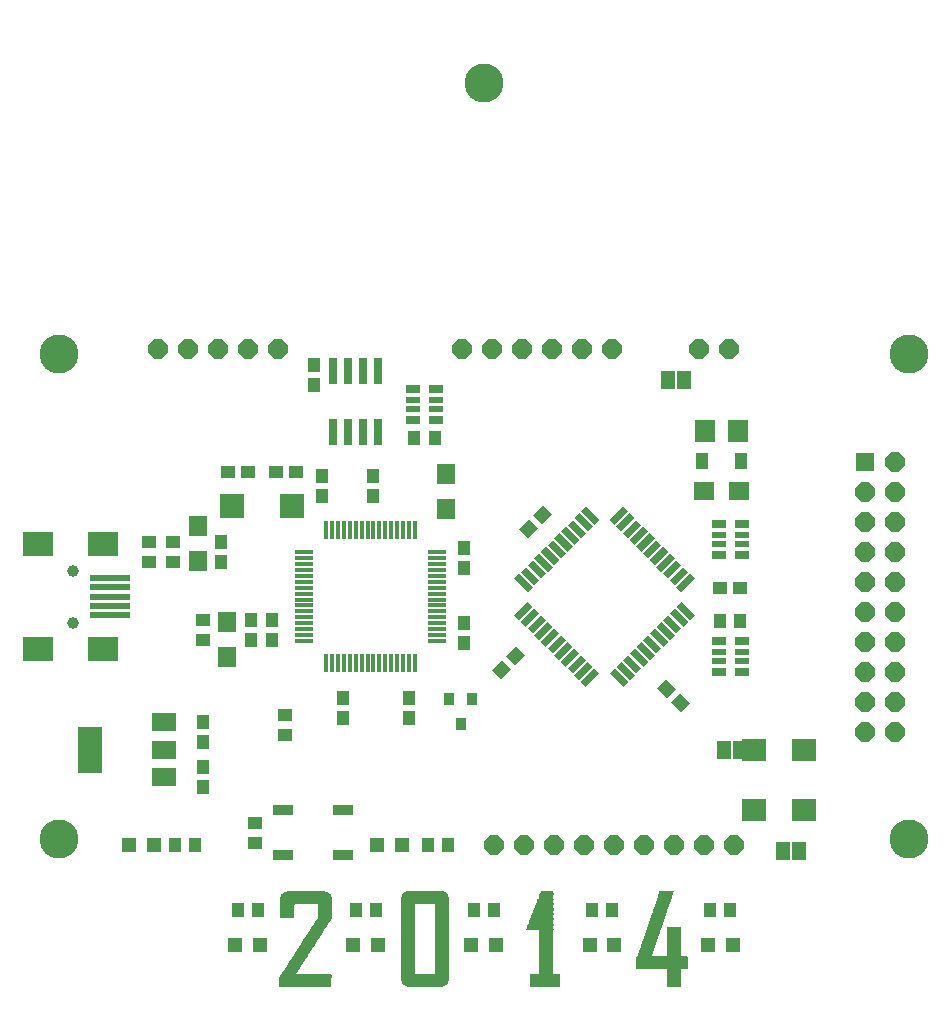
<source format=gts>
G75*
%MOIN*%
%OFA0B0*%
%FSLAX24Y24*%
%IPPOS*%
%LPD*%
%AMOC8*
5,1,8,0,0,1.08239X$1,22.5*
%
%ADD10C,0.1300*%
%ADD11R,0.0434X0.0473*%
%ADD12R,0.0591X0.0670*%
%ADD13R,0.0473X0.0434*%
%ADD14R,0.0276X0.0906*%
%ADD15R,0.0827X0.0631*%
%ADD16R,0.0827X0.1536*%
%ADD17OC8,0.0640*%
%ADD18R,0.0512X0.0512*%
%ADD19R,0.0670X0.0591*%
%ADD20R,0.0840X0.0840*%
%ADD21R,0.0631X0.0237*%
%ADD22R,0.0237X0.0631*%
%ADD23R,0.0146X0.0611*%
%ADD24R,0.0611X0.0146*%
%ADD25R,0.0690X0.0340*%
%ADD26R,0.0493X0.0213*%
%ADD27R,0.0493X0.0288*%
%ADD28R,0.0398X0.0520*%
%ADD29R,0.0670X0.0750*%
%ADD30R,0.1024X0.0827*%
%ADD31R,0.1339X0.0237*%
%ADD32C,0.0394*%
%ADD33R,0.0640X0.0640*%
%ADD34R,0.0827X0.0749*%
%ADD35R,0.0490X0.0600*%
%ADD36R,0.1260X0.0039*%
%ADD37R,0.3268X0.0039*%
%ADD38R,0.3425X0.0039*%
%ADD39R,0.1299X0.0039*%
%ADD40R,0.1181X0.0039*%
%ADD41R,0.3504X0.0039*%
%ADD42R,0.3661X0.0039*%
%ADD43R,0.1220X0.0039*%
%ADD44R,0.3701X0.0039*%
%ADD45R,0.3819X0.0039*%
%ADD46R,0.3858X0.0039*%
%ADD47R,0.3976X0.0039*%
%ADD48R,0.4055X0.0039*%
%ADD49R,0.4134X0.0039*%
%ADD50R,0.4094X0.0039*%
%ADD51R,0.4213X0.0039*%
%ADD52R,0.4173X0.0039*%
%ADD53R,0.4291X0.0039*%
%ADD54R,0.4331X0.0039*%
%ADD55R,0.1339X0.0039*%
%ADD56R,0.4252X0.0039*%
%ADD57R,0.4370X0.0039*%
%ADD58R,0.4409X0.0039*%
%ADD59R,0.1378X0.0039*%
%ADD60R,0.4449X0.0039*%
%ADD61R,0.1417X0.0039*%
%ADD62R,0.4528X0.0039*%
%ADD63R,0.1457X0.0039*%
%ADD64R,0.1496X0.0039*%
%ADD65R,0.1535X0.0039*%
%ADD66R,0.1575X0.0039*%
%ADD67R,0.1614X0.0039*%
%ADD68R,0.1654X0.0039*%
%ADD69R,0.1693X0.0039*%
%ADD70R,0.1732X0.0039*%
%ADD71R,0.1772X0.0039*%
%ADD72R,0.1811X0.0039*%
%ADD73R,0.1850X0.0039*%
%ADD74R,0.4961X0.0039*%
%ADD75R,0.1890X0.0039*%
%ADD76R,0.1929X0.0039*%
%ADD77R,0.1969X0.0039*%
%ADD78R,0.2008X0.0039*%
%ADD79R,0.2047X0.0039*%
%ADD80R,0.2087X0.0039*%
%ADD81R,0.2126X0.0039*%
%ADD82R,0.2165X0.0039*%
%ADD83R,0.4921X0.0039*%
%ADD84R,0.2205X0.0039*%
%ADD85R,0.4882X0.0039*%
%ADD86R,0.2244X0.0039*%
%ADD87R,0.4843X0.0039*%
%ADD88R,0.2283X0.0039*%
%ADD89R,0.4803X0.0039*%
%ADD90R,0.2323X0.0039*%
%ADD91R,0.2362X0.0039*%
%ADD92R,0.2402X0.0039*%
%ADD93R,0.2441X0.0039*%
%ADD94R,0.2480X0.0039*%
%ADD95R,0.2520X0.0039*%
%ADD96R,0.2559X0.0039*%
%ADD97R,0.2598X0.0039*%
%ADD98R,0.2638X0.0039*%
%ADD99R,0.4016X0.0039*%
%ADD100R,0.3937X0.0039*%
%ADD101R,0.3740X0.0039*%
%ADD102R,0.3583X0.0039*%
%ADD103R,0.3189X0.0039*%
%ADD104R,0.3307X0.0039*%
%ADD105R,0.1736X0.0014*%
%ADD106R,0.1199X0.0014*%
%ADD107R,0.1006X0.0014*%
%ADD108R,0.0441X0.0014*%
%ADD109R,0.1281X0.0014*%
%ADD110R,0.1337X0.0014*%
%ADD111R,0.0455X0.0014*%
%ADD112R,0.1392X0.0014*%
%ADD113R,0.1419X0.0014*%
%ADD114R,0.1447X0.0014*%
%ADD115R,0.1474X0.0014*%
%ADD116R,0.1502X0.0014*%
%ADD117R,0.1516X0.0014*%
%ADD118R,0.1530X0.0014*%
%ADD119R,0.1543X0.0014*%
%ADD120R,0.1557X0.0014*%
%ADD121R,0.1585X0.0014*%
%ADD122R,0.1722X0.0014*%
%ADD123R,0.1709X0.0014*%
%ADD124R,0.1695X0.0014*%
%ADD125R,0.1681X0.0014*%
%ADD126R,0.0992X0.0014*%
%ADD127R,0.0496X0.0014*%
%ADD128R,0.0469X0.0014*%
%ADD129R,0.0482X0.0014*%
%ADD130R,0.0909X0.0014*%
%ADD131R,0.0896X0.0014*%
%ADD132R,0.0882X0.0014*%
%ADD133R,0.0868X0.0014*%
%ADD134R,0.0854X0.0014*%
%ADD135R,0.0841X0.0014*%
%ADD136R,0.0827X0.0014*%
%ADD137R,0.0813X0.0014*%
%ADD138R,0.0799X0.0014*%
%ADD139R,0.0785X0.0014*%
%ADD140R,0.0772X0.0014*%
%ADD141R,0.0758X0.0014*%
%ADD142R,0.0744X0.0014*%
%ADD143R,0.0730X0.0014*%
%ADD144R,0.0717X0.0014*%
%ADD145R,0.0703X0.0014*%
%ADD146R,0.0689X0.0014*%
%ADD147R,0.0675X0.0014*%
%ADD148R,0.0661X0.0014*%
%ADD149R,0.0648X0.0014*%
%ADD150R,0.0634X0.0014*%
%ADD151R,0.0620X0.0014*%
%ADD152R,0.0606X0.0014*%
%ADD153R,0.0593X0.0014*%
%ADD154R,0.0579X0.0014*%
%ADD155R,0.0565X0.0014*%
%ADD156R,0.0551X0.0014*%
%ADD157R,0.0537X0.0014*%
%ADD158R,0.0524X0.0014*%
%ADD159R,0.0510X0.0014*%
%ADD160R,0.1667X0.0014*%
%ADD161R,0.1640X0.0014*%
%ADD162R,0.1612X0.0014*%
%ADD163R,0.0427X0.0014*%
%ADD164R,0.1309X0.0014*%
%ADD165R,0.1295X0.0014*%
%ADD166R,0.1254X0.0014*%
%ADD167R,0.0413X0.0014*%
%ADD168R,0.1157X0.0014*%
%ADD169R,0.0355X0.0394*%
D10*
X006993Y005662D03*
X006993Y021804D03*
X021166Y030859D03*
X035339Y021804D03*
X035339Y005662D03*
D11*
X029375Y003300D03*
X028706Y003300D03*
X025438Y003300D03*
X024769Y003300D03*
X021501Y003300D03*
X020831Y003300D03*
X019965Y005465D03*
X019296Y005465D03*
X017564Y003300D03*
X016894Y003300D03*
X013627Y003300D03*
X012957Y003300D03*
X011540Y005465D03*
X010871Y005465D03*
X011799Y007400D03*
X011799Y008069D03*
X011799Y008900D03*
X011799Y009569D03*
X013387Y012273D03*
X014087Y012273D03*
X014087Y012942D03*
X013387Y012942D03*
X012413Y014898D03*
X012413Y015567D03*
X015755Y017098D03*
X015755Y017767D03*
X017455Y017767D03*
X017455Y017098D03*
X018852Y019033D03*
X019521Y019033D03*
X015487Y020798D03*
X015487Y021467D03*
X020487Y015366D03*
X020487Y014697D03*
X020487Y012869D03*
X020487Y012200D03*
X018685Y010367D03*
X018685Y009698D03*
X016485Y009698D03*
X016485Y010367D03*
X029049Y012933D03*
X029718Y012933D03*
D12*
X019905Y016642D03*
X019905Y017823D03*
X012587Y012898D03*
X012587Y011717D03*
X011640Y014918D03*
X011640Y016099D03*
D13*
X010815Y015567D03*
X010815Y014898D03*
X010015Y014898D03*
X010015Y015567D03*
X011787Y012942D03*
X011787Y012273D03*
X014543Y009775D03*
X014543Y009106D03*
X013524Y006193D03*
X013524Y005524D03*
G36*
X022070Y011309D02*
X021737Y010976D01*
X021430Y011283D01*
X021763Y011616D01*
X022070Y011309D01*
G37*
G36*
X022543Y011782D02*
X022210Y011449D01*
X021903Y011756D01*
X022236Y012089D01*
X022543Y011782D01*
G37*
G36*
X027237Y010989D02*
X027570Y010656D01*
X027263Y010349D01*
X026930Y010682D01*
X027237Y010989D01*
G37*
G36*
X027710Y010516D02*
X028043Y010183D01*
X027736Y009876D01*
X027403Y010209D01*
X027710Y010516D01*
G37*
X029049Y014033D03*
X029718Y014033D03*
G36*
X023443Y016482D02*
X023110Y016149D01*
X022803Y016456D01*
X023136Y016789D01*
X023443Y016482D01*
G37*
G36*
X022970Y016009D02*
X022637Y015676D01*
X022330Y015983D01*
X022663Y016316D01*
X022970Y016009D01*
G37*
X014902Y017883D03*
X014233Y017883D03*
X013302Y017902D03*
X012633Y017902D03*
D14*
X016137Y019209D03*
X016637Y019209D03*
X017137Y019209D03*
X017637Y019209D03*
X017637Y021256D03*
X017137Y021256D03*
X016637Y021256D03*
X016137Y021256D03*
D15*
X010505Y009538D03*
X010505Y008633D03*
X010505Y007727D03*
D16*
X008024Y008633D03*
D17*
X021497Y005465D03*
X022497Y005465D03*
X023497Y005465D03*
X024497Y005465D03*
X025497Y005465D03*
X026497Y005465D03*
X027497Y005465D03*
X028497Y005465D03*
X029497Y005465D03*
X033855Y009233D03*
X034855Y009233D03*
X034855Y010233D03*
X033855Y010233D03*
X033855Y011233D03*
X034855Y011233D03*
X034855Y012233D03*
X033855Y012233D03*
X033855Y013233D03*
X033855Y014233D03*
X034855Y014233D03*
X034855Y013233D03*
X034855Y015233D03*
X033855Y015233D03*
X033855Y016233D03*
X034855Y016233D03*
X034855Y017233D03*
X033855Y017233D03*
X034855Y018233D03*
X029343Y022000D03*
X028343Y022000D03*
X025438Y022000D03*
X024438Y022000D03*
X023438Y022000D03*
X022438Y022000D03*
X021438Y022000D03*
X020438Y022000D03*
X014308Y022000D03*
X013308Y022000D03*
X012308Y022000D03*
X011308Y022000D03*
X010308Y022000D03*
D18*
X010162Y005465D03*
X009335Y005465D03*
X012879Y002119D03*
X013706Y002119D03*
X016816Y002119D03*
X017643Y002119D03*
X020753Y002119D03*
X021580Y002119D03*
X024690Y002119D03*
X025517Y002119D03*
X028627Y002119D03*
X029454Y002119D03*
X018430Y005465D03*
X017603Y005465D03*
D19*
X028493Y017248D03*
X029674Y017248D03*
D20*
X014768Y016752D03*
X012768Y016752D03*
D21*
G36*
X022625Y013900D02*
X022180Y014345D01*
X022347Y014512D01*
X022792Y014067D01*
X022625Y013900D01*
G37*
G36*
X022848Y014123D02*
X022403Y014568D01*
X022570Y014735D01*
X023015Y014290D01*
X022848Y014123D01*
G37*
G36*
X023071Y014345D02*
X022626Y014790D01*
X022793Y014957D01*
X023238Y014512D01*
X023071Y014345D01*
G37*
G36*
X023293Y014568D02*
X022848Y015013D01*
X023015Y015180D01*
X023460Y014735D01*
X023293Y014568D01*
G37*
G36*
X023516Y014791D02*
X023071Y015236D01*
X023238Y015403D01*
X023683Y014958D01*
X023516Y014791D01*
G37*
G36*
X023739Y015013D02*
X023294Y015458D01*
X023461Y015625D01*
X023906Y015180D01*
X023739Y015013D01*
G37*
G36*
X023962Y015236D02*
X023517Y015681D01*
X023684Y015848D01*
X024129Y015403D01*
X023962Y015236D01*
G37*
G36*
X024184Y015459D02*
X023739Y015904D01*
X023906Y016071D01*
X024351Y015626D01*
X024184Y015459D01*
G37*
G36*
X024407Y015682D02*
X023962Y016127D01*
X024129Y016294D01*
X024574Y015849D01*
X024407Y015682D01*
G37*
G36*
X024630Y015904D02*
X024185Y016349D01*
X024352Y016516D01*
X024797Y016071D01*
X024630Y015904D01*
G37*
G36*
X024852Y016127D02*
X024407Y016572D01*
X024574Y016739D01*
X025019Y016294D01*
X024852Y016127D01*
G37*
G36*
X028026Y012953D02*
X027581Y013398D01*
X027748Y013565D01*
X028193Y013120D01*
X028026Y012953D01*
G37*
G36*
X027803Y012731D02*
X027358Y013176D01*
X027525Y013343D01*
X027970Y012898D01*
X027803Y012731D01*
G37*
G36*
X027581Y012508D02*
X027136Y012953D01*
X027303Y013120D01*
X027748Y012675D01*
X027581Y012508D01*
G37*
G36*
X027358Y012285D02*
X026913Y012730D01*
X027080Y012897D01*
X027525Y012452D01*
X027358Y012285D01*
G37*
G36*
X027135Y012063D02*
X026690Y012508D01*
X026857Y012675D01*
X027302Y012230D01*
X027135Y012063D01*
G37*
G36*
X026912Y011840D02*
X026467Y012285D01*
X026634Y012452D01*
X027079Y012007D01*
X026912Y011840D01*
G37*
G36*
X026690Y011617D02*
X026245Y012062D01*
X026412Y012229D01*
X026857Y011784D01*
X026690Y011617D01*
G37*
G36*
X026467Y011394D02*
X026022Y011839D01*
X026189Y012006D01*
X026634Y011561D01*
X026467Y011394D01*
G37*
G36*
X026244Y011172D02*
X025799Y011617D01*
X025966Y011784D01*
X026411Y011339D01*
X026244Y011172D01*
G37*
G36*
X026022Y010949D02*
X025577Y011394D01*
X025744Y011561D01*
X026189Y011116D01*
X026022Y010949D01*
G37*
G36*
X025799Y010726D02*
X025354Y011171D01*
X025521Y011338D01*
X025966Y010893D01*
X025799Y010726D01*
G37*
D22*
G36*
X024574Y010726D02*
X024407Y010893D01*
X024852Y011338D01*
X025019Y011171D01*
X024574Y010726D01*
G37*
G36*
X024352Y010949D02*
X024185Y011116D01*
X024630Y011561D01*
X024797Y011394D01*
X024352Y010949D01*
G37*
G36*
X024129Y011172D02*
X023962Y011339D01*
X024407Y011784D01*
X024574Y011617D01*
X024129Y011172D01*
G37*
G36*
X023906Y011394D02*
X023739Y011561D01*
X024184Y012006D01*
X024351Y011839D01*
X023906Y011394D01*
G37*
G36*
X023684Y011617D02*
X023517Y011784D01*
X023962Y012229D01*
X024129Y012062D01*
X023684Y011617D01*
G37*
G36*
X023461Y011840D02*
X023294Y012007D01*
X023739Y012452D01*
X023906Y012285D01*
X023461Y011840D01*
G37*
G36*
X023238Y012063D02*
X023071Y012230D01*
X023516Y012675D01*
X023683Y012508D01*
X023238Y012063D01*
G37*
G36*
X023015Y012285D02*
X022848Y012452D01*
X023293Y012897D01*
X023460Y012730D01*
X023015Y012285D01*
G37*
G36*
X022793Y012508D02*
X022626Y012675D01*
X023071Y013120D01*
X023238Y012953D01*
X022793Y012508D01*
G37*
G36*
X022570Y012731D02*
X022403Y012898D01*
X022848Y013343D01*
X023015Y013176D01*
X022570Y012731D01*
G37*
G36*
X022347Y012953D02*
X022180Y013120D01*
X022625Y013565D01*
X022792Y013398D01*
X022347Y012953D01*
G37*
G36*
X025521Y016127D02*
X025354Y016294D01*
X025799Y016739D01*
X025966Y016572D01*
X025521Y016127D01*
G37*
G36*
X025744Y015904D02*
X025577Y016071D01*
X026022Y016516D01*
X026189Y016349D01*
X025744Y015904D01*
G37*
G36*
X025966Y015682D02*
X025799Y015849D01*
X026244Y016294D01*
X026411Y016127D01*
X025966Y015682D01*
G37*
G36*
X026189Y015459D02*
X026022Y015626D01*
X026467Y016071D01*
X026634Y015904D01*
X026189Y015459D01*
G37*
G36*
X026412Y015236D02*
X026245Y015403D01*
X026690Y015848D01*
X026857Y015681D01*
X026412Y015236D01*
G37*
G36*
X026634Y015013D02*
X026467Y015180D01*
X026912Y015625D01*
X027079Y015458D01*
X026634Y015013D01*
G37*
G36*
X026857Y014791D02*
X026690Y014958D01*
X027135Y015403D01*
X027302Y015236D01*
X026857Y014791D01*
G37*
G36*
X027080Y014568D02*
X026913Y014735D01*
X027358Y015180D01*
X027525Y015013D01*
X027080Y014568D01*
G37*
G36*
X027303Y014345D02*
X027136Y014512D01*
X027581Y014957D01*
X027748Y014790D01*
X027303Y014345D01*
G37*
G36*
X027525Y014123D02*
X027358Y014290D01*
X027803Y014735D01*
X027970Y014568D01*
X027525Y014123D01*
G37*
G36*
X027748Y013900D02*
X027581Y014067D01*
X028026Y014512D01*
X028193Y014345D01*
X027748Y013900D01*
G37*
D23*
X018863Y015947D03*
X018666Y015947D03*
X018469Y015947D03*
X018272Y015947D03*
X018076Y015947D03*
X017879Y015947D03*
X017682Y015947D03*
X017485Y015947D03*
X017288Y015947D03*
X017091Y015947D03*
X016894Y015947D03*
X016698Y015947D03*
X016501Y015947D03*
X016304Y015947D03*
X016107Y015947D03*
X015910Y015947D03*
X015910Y011518D03*
X016107Y011518D03*
X016304Y011518D03*
X016501Y011518D03*
X016698Y011518D03*
X016894Y011518D03*
X017091Y011518D03*
X017288Y011518D03*
X017485Y011518D03*
X017682Y011518D03*
X017879Y011518D03*
X018076Y011518D03*
X018272Y011518D03*
X018469Y011518D03*
X018666Y011518D03*
X018863Y011518D03*
D24*
X019601Y012256D03*
X019601Y012453D03*
X019601Y012650D03*
X019601Y012847D03*
X019601Y013044D03*
X019601Y013241D03*
X019601Y013437D03*
X019601Y013634D03*
X019601Y013831D03*
X019601Y014028D03*
X019601Y014225D03*
X019601Y014422D03*
X019601Y014619D03*
X019601Y014815D03*
X019601Y015012D03*
X019601Y015209D03*
X015172Y015209D03*
X015172Y015012D03*
X015172Y014815D03*
X015172Y014619D03*
X015172Y014422D03*
X015172Y014225D03*
X015172Y014028D03*
X015172Y013831D03*
X015172Y013634D03*
X015172Y013437D03*
X015172Y013241D03*
X015172Y013044D03*
X015172Y012847D03*
X015172Y012650D03*
X015172Y012453D03*
X015172Y012256D03*
D25*
X014457Y006609D03*
X014457Y005109D03*
X016457Y005109D03*
X016457Y006609D03*
D26*
X029000Y011575D03*
X029000Y011890D03*
X029767Y011890D03*
X029767Y011575D03*
X029767Y015475D03*
X029767Y015790D03*
X029000Y015790D03*
X029000Y015475D03*
X019570Y019975D03*
X019570Y020290D03*
X018803Y020290D03*
X018803Y019975D03*
D27*
X018803Y019623D03*
X019570Y019623D03*
X019570Y020643D03*
X018803Y020643D03*
X029000Y016143D03*
X029767Y016143D03*
X029767Y015123D03*
X029000Y015123D03*
X029000Y012243D03*
X029767Y012243D03*
X029767Y011223D03*
X029000Y011223D03*
D28*
X028440Y018248D03*
X029727Y018248D03*
D29*
X029643Y019248D03*
X028524Y019248D03*
D30*
X008469Y015485D03*
X006304Y015485D03*
X006304Y011981D03*
X008469Y011981D03*
D31*
X008706Y013103D03*
X008706Y013418D03*
X008706Y013733D03*
X008706Y014048D03*
X008706Y014363D03*
D32*
X007485Y014599D03*
X007485Y012867D03*
D33*
X033855Y018233D03*
D34*
X031835Y008630D03*
X030182Y008630D03*
X030182Y006630D03*
X031835Y006630D03*
D35*
X031662Y005268D03*
X031142Y005268D03*
X029694Y008615D03*
X029174Y008615D03*
X027836Y020969D03*
X027316Y020969D03*
D36*
X033902Y023851D03*
X033902Y023890D03*
X033902Y023930D03*
X032524Y027552D03*
X032485Y027670D03*
X032446Y027788D03*
X032406Y027867D03*
X032367Y027985D03*
X032288Y028181D03*
X032249Y028300D03*
X032170Y028457D03*
X032170Y028496D03*
X032131Y028575D03*
X032131Y028615D03*
X032091Y028693D03*
X032052Y028772D03*
X032052Y028811D03*
X032013Y028890D03*
X032013Y028930D03*
X031973Y029008D03*
X031934Y029087D03*
X030595Y032552D03*
X030595Y032591D03*
X016737Y029323D03*
X011383Y029323D03*
X011383Y023811D03*
X011383Y023772D03*
X016737Y023772D03*
X016737Y023811D03*
D37*
X021048Y023772D03*
D38*
X026599Y023772D03*
D39*
X030615Y023772D03*
X030615Y023811D03*
X030615Y023851D03*
X030615Y023890D03*
X030615Y023930D03*
X030615Y023969D03*
X030615Y024008D03*
X030615Y024048D03*
X030615Y024087D03*
X030615Y024126D03*
X030615Y024166D03*
X030615Y024205D03*
X030615Y024244D03*
X030615Y024284D03*
X030615Y024323D03*
X030615Y024363D03*
X030615Y024402D03*
X030615Y024441D03*
X030615Y024481D03*
X030615Y024520D03*
X030615Y024559D03*
X030615Y024599D03*
X030615Y024638D03*
X030615Y024678D03*
X030615Y024717D03*
X030615Y024756D03*
X030615Y024796D03*
X030615Y024835D03*
X030615Y024874D03*
X030615Y024914D03*
X030615Y024953D03*
X030615Y024993D03*
X030615Y025032D03*
X030615Y025071D03*
X030615Y025111D03*
X030615Y025150D03*
X030615Y025189D03*
X030615Y025229D03*
X030615Y025268D03*
X030615Y025307D03*
X030615Y025347D03*
X030615Y025386D03*
X030615Y025426D03*
X030615Y025465D03*
X030615Y025504D03*
X030615Y025544D03*
X030615Y025583D03*
X030615Y025622D03*
X030615Y025662D03*
X030615Y025701D03*
X030615Y025741D03*
X030615Y025780D03*
X030615Y025819D03*
X030615Y025859D03*
X030615Y025898D03*
X030615Y025937D03*
X030615Y025977D03*
X030615Y026016D03*
X030615Y026056D03*
X030615Y026095D03*
X030615Y026134D03*
X030615Y026174D03*
X030615Y026213D03*
X030615Y026252D03*
X030615Y026292D03*
X030615Y026331D03*
X030615Y026370D03*
X030615Y026410D03*
X030615Y026449D03*
X030615Y026489D03*
X030615Y026528D03*
X030615Y026567D03*
X030615Y026607D03*
X030615Y026646D03*
X030615Y026685D03*
X030615Y026725D03*
X030615Y026764D03*
X030615Y026804D03*
X030615Y026843D03*
X030615Y026882D03*
X030615Y026922D03*
X030615Y026961D03*
X030615Y027000D03*
X030615Y027040D03*
X030615Y027079D03*
X030615Y027119D03*
X030615Y027158D03*
X030615Y027197D03*
X030615Y027237D03*
X030615Y027276D03*
X030615Y027315D03*
X030615Y027355D03*
X030615Y027394D03*
X030615Y027433D03*
X030615Y027473D03*
X030615Y027512D03*
X030615Y027552D03*
X030615Y027591D03*
X030615Y027630D03*
X030615Y027670D03*
X030615Y027709D03*
X030615Y027748D03*
X030615Y027788D03*
X030615Y027827D03*
X030615Y027867D03*
X030615Y027906D03*
X030615Y027945D03*
X030615Y027985D03*
X030615Y028024D03*
X030615Y028063D03*
X030615Y028103D03*
X030615Y028142D03*
X030615Y028181D03*
X030615Y028221D03*
X030615Y028260D03*
X030615Y028300D03*
X030615Y028339D03*
X030615Y028378D03*
X030615Y028418D03*
X030615Y028457D03*
X030615Y028496D03*
X030615Y028536D03*
X030615Y028575D03*
X030615Y028615D03*
X030615Y028654D03*
X030615Y028693D03*
X030615Y028733D03*
X030615Y028772D03*
X030615Y028811D03*
X030615Y028851D03*
X030615Y028890D03*
X030615Y028930D03*
X030615Y028969D03*
X030615Y029008D03*
X030615Y029048D03*
X030615Y029087D03*
X031954Y029048D03*
X031993Y028969D03*
X032032Y028851D03*
X032072Y028733D03*
X032111Y028654D03*
X032150Y028536D03*
X032190Y028418D03*
X032229Y028378D03*
X032229Y028339D03*
X032269Y028260D03*
X032269Y028221D03*
X032308Y028142D03*
X032308Y028103D03*
X032347Y028063D03*
X032347Y028024D03*
X032387Y027945D03*
X032387Y027906D03*
X032426Y027827D03*
X032465Y027748D03*
X032465Y027709D03*
X032505Y027630D03*
X032505Y027591D03*
X033883Y027591D03*
X033883Y027630D03*
X033883Y027670D03*
X033883Y027709D03*
X033883Y027552D03*
X033883Y024048D03*
X033883Y024008D03*
X033883Y023969D03*
X030615Y032433D03*
X030615Y032473D03*
X030615Y032512D03*
X016757Y029284D03*
X016757Y029244D03*
X016757Y029205D03*
X016757Y029166D03*
X016757Y029126D03*
X016757Y029087D03*
X016757Y029048D03*
X016757Y029008D03*
X016757Y028969D03*
X016757Y028930D03*
X016757Y028890D03*
X016757Y028851D03*
X016757Y028811D03*
X016757Y028772D03*
X016757Y028733D03*
X016757Y028693D03*
X016757Y028654D03*
X016757Y028615D03*
X016757Y028575D03*
X016757Y028536D03*
X016757Y028496D03*
X016757Y028457D03*
X016757Y028418D03*
X016757Y028378D03*
X016757Y028339D03*
X016757Y028300D03*
X016757Y028260D03*
X016757Y028221D03*
X016757Y028181D03*
X016757Y028142D03*
X016757Y028103D03*
X016757Y028063D03*
X016757Y028024D03*
X016757Y027985D03*
X016757Y027945D03*
X016757Y027906D03*
X016757Y027867D03*
X016757Y027827D03*
X016757Y027788D03*
X016757Y027748D03*
X016757Y027709D03*
X016757Y027670D03*
X016757Y027630D03*
X016757Y027591D03*
X016757Y027552D03*
X016757Y027512D03*
X016757Y027473D03*
X016757Y027433D03*
X016757Y027394D03*
X016757Y027355D03*
X016757Y027315D03*
X016757Y027276D03*
X016757Y027237D03*
X016757Y027197D03*
X016757Y027158D03*
X016757Y027119D03*
X016757Y027079D03*
X016757Y027040D03*
X016757Y027000D03*
X016757Y026961D03*
X016757Y026922D03*
X016757Y026882D03*
X016757Y026843D03*
X016757Y026804D03*
X016757Y026764D03*
X016757Y026725D03*
X016757Y026685D03*
X016757Y025386D03*
X016757Y025347D03*
X016757Y025307D03*
X016757Y025268D03*
X016757Y025229D03*
X016757Y025189D03*
X016757Y025150D03*
X016757Y025111D03*
X016757Y025071D03*
X016757Y025032D03*
X016757Y024993D03*
X016757Y024953D03*
X016757Y024914D03*
X016757Y024874D03*
X016757Y024835D03*
X016757Y024796D03*
X016757Y024756D03*
X016757Y024717D03*
X016757Y024678D03*
X016757Y024638D03*
X016757Y024599D03*
X016757Y024559D03*
X016757Y024520D03*
X016757Y024481D03*
X016757Y024441D03*
X016757Y024402D03*
X016757Y024363D03*
X016757Y024323D03*
X016757Y024284D03*
X016757Y024244D03*
X016757Y024205D03*
X016757Y024166D03*
X016757Y024126D03*
X016757Y024087D03*
X016757Y024048D03*
X016757Y024008D03*
X016757Y023969D03*
X016757Y023930D03*
X016757Y023890D03*
X016757Y023851D03*
X011402Y023851D03*
X011402Y023890D03*
X011402Y023930D03*
X011402Y023969D03*
X011402Y024008D03*
X011402Y024048D03*
X011402Y024087D03*
X011402Y024126D03*
X011402Y024166D03*
X011402Y024205D03*
X011402Y024244D03*
X011402Y024284D03*
X011402Y024323D03*
X011402Y024363D03*
X011402Y024402D03*
X011402Y024441D03*
X011402Y024481D03*
X011402Y024520D03*
X011402Y024559D03*
X011402Y024599D03*
X011402Y024638D03*
X011402Y024678D03*
X011402Y024717D03*
X011402Y024756D03*
X011402Y024796D03*
X011402Y024835D03*
X011402Y024874D03*
X011402Y024914D03*
X011402Y024953D03*
X011402Y024993D03*
X011402Y025032D03*
X011402Y025071D03*
X011402Y025111D03*
X011402Y025150D03*
X011402Y025189D03*
X011402Y025229D03*
X011402Y025268D03*
X011402Y025307D03*
X011402Y025347D03*
X011402Y025386D03*
X011402Y026685D03*
X011402Y026725D03*
X011402Y026764D03*
X011402Y026804D03*
X011402Y026843D03*
X011402Y026882D03*
X011402Y026922D03*
X011402Y026961D03*
X011402Y027000D03*
X011402Y027040D03*
X011402Y027079D03*
X011402Y027119D03*
X011402Y027158D03*
X011402Y027197D03*
X011402Y027237D03*
X011402Y027276D03*
X011402Y027315D03*
X011402Y027355D03*
X011402Y027394D03*
X011402Y027433D03*
X011402Y027473D03*
X011402Y027512D03*
X011402Y027552D03*
X011402Y027591D03*
X011402Y027630D03*
X011402Y027670D03*
X011402Y027709D03*
X011402Y027748D03*
X011402Y027788D03*
X011402Y027827D03*
X011402Y027867D03*
X011402Y027906D03*
X011402Y027945D03*
X011402Y027985D03*
X011402Y028024D03*
X011402Y028063D03*
X011402Y028103D03*
X011402Y028142D03*
X011402Y028181D03*
X011402Y028221D03*
X011402Y028260D03*
X011402Y028300D03*
X011402Y028339D03*
X011402Y028378D03*
X011402Y028418D03*
X011402Y028457D03*
X011402Y028496D03*
X011402Y028536D03*
X011402Y028575D03*
X011402Y028615D03*
X011402Y028654D03*
X011402Y028693D03*
X011402Y028733D03*
X011402Y028772D03*
X011402Y028811D03*
X011402Y028851D03*
X011402Y028890D03*
X011402Y028930D03*
X011402Y028969D03*
X011402Y029008D03*
X011402Y029048D03*
X011402Y029087D03*
X011402Y029126D03*
X011402Y029166D03*
X011402Y029205D03*
X011402Y029244D03*
X011402Y029284D03*
D40*
X030556Y032748D03*
X030556Y032788D03*
X033942Y023772D03*
D41*
X021048Y023811D03*
X021048Y032748D03*
D42*
X021048Y032709D03*
X026599Y023811D03*
D43*
X033922Y023811D03*
X030576Y032630D03*
X030576Y032670D03*
X030576Y032709D03*
D44*
X021068Y023851D03*
D45*
X026599Y023851D03*
X021048Y032670D03*
D46*
X021068Y023890D03*
D47*
X021048Y023930D03*
X026599Y023890D03*
X026599Y032670D03*
D48*
X026599Y032630D03*
X021048Y023969D03*
X026599Y023930D03*
D49*
X026599Y023969D03*
X026599Y032591D03*
D50*
X021068Y032552D03*
X021068Y024008D03*
D51*
X021048Y024087D03*
X026599Y024008D03*
X021048Y032473D03*
X026599Y032552D03*
D52*
X021068Y032512D03*
X021068Y024048D03*
D53*
X026599Y024048D03*
X026599Y032473D03*
X026599Y032512D03*
X021048Y032394D03*
D54*
X021068Y032355D03*
X021068Y032315D03*
X021068Y024205D03*
X021068Y024166D03*
X026580Y024087D03*
D55*
X025005Y024953D03*
X025005Y024993D03*
X025005Y025032D03*
X025005Y025071D03*
X025005Y025111D03*
X025005Y025150D03*
X025005Y025189D03*
X025005Y025229D03*
X025005Y025268D03*
X025005Y025307D03*
X025005Y025347D03*
X025005Y025386D03*
X025005Y025426D03*
X025005Y025465D03*
X025005Y025504D03*
X025005Y025544D03*
X025005Y025583D03*
X025005Y025622D03*
X025005Y025662D03*
X025005Y025701D03*
X025005Y025741D03*
X025005Y025780D03*
X025005Y025819D03*
X025005Y025859D03*
X025005Y025898D03*
X025005Y025937D03*
X025005Y025977D03*
X025005Y026016D03*
X025005Y026056D03*
X025005Y026095D03*
X025005Y026134D03*
X025005Y026174D03*
X025005Y026213D03*
X025005Y026252D03*
X025005Y026292D03*
X025005Y026331D03*
X025005Y026370D03*
X025005Y026410D03*
X025005Y026449D03*
X025005Y026489D03*
X025005Y026528D03*
X025005Y026567D03*
X025005Y026607D03*
X025005Y026646D03*
X025005Y026685D03*
X025005Y026725D03*
X025005Y026764D03*
X025005Y026804D03*
X025005Y026843D03*
X025005Y026882D03*
X025005Y026922D03*
X025005Y026961D03*
X025005Y027000D03*
X025005Y027040D03*
X025005Y027079D03*
X025005Y027119D03*
X025005Y027158D03*
X025005Y027197D03*
X025005Y027237D03*
X025005Y027276D03*
X025005Y027315D03*
X025005Y027355D03*
X025005Y027394D03*
X025005Y027433D03*
X025005Y027473D03*
X025005Y027512D03*
X025005Y027552D03*
X025005Y027591D03*
X025005Y027630D03*
X025005Y027670D03*
X025005Y027709D03*
X025005Y027748D03*
X025005Y027788D03*
X025005Y027827D03*
X025005Y027867D03*
X025005Y027906D03*
X025005Y027945D03*
X025005Y027985D03*
X025005Y028024D03*
X025005Y028063D03*
X025005Y028103D03*
X025005Y028142D03*
X025005Y028181D03*
X025005Y028221D03*
X025005Y028260D03*
X025005Y028300D03*
X025005Y028339D03*
X025005Y028378D03*
X025005Y028418D03*
X025005Y028457D03*
X025005Y028496D03*
X025005Y028536D03*
X025005Y028575D03*
X025005Y028615D03*
X025005Y028654D03*
X025005Y028693D03*
X025005Y028733D03*
X025005Y028772D03*
X025005Y028811D03*
X025005Y028851D03*
X025005Y028890D03*
X025005Y028930D03*
X025005Y028969D03*
X025005Y029008D03*
X025005Y029048D03*
X025005Y029087D03*
X025005Y029126D03*
X025005Y029166D03*
X025005Y029205D03*
X025005Y029244D03*
X025005Y029284D03*
X025005Y029323D03*
X025005Y029363D03*
X025005Y029402D03*
X025005Y029441D03*
X025005Y029481D03*
X025005Y029520D03*
X025005Y029559D03*
X025005Y029599D03*
X025005Y029638D03*
X025005Y029678D03*
X025005Y029717D03*
X025005Y029756D03*
X025005Y029796D03*
X025005Y029835D03*
X025005Y029874D03*
X025005Y029914D03*
X025005Y029953D03*
X025005Y029993D03*
X025005Y030032D03*
X025005Y030071D03*
X025005Y030111D03*
X025005Y030150D03*
X025005Y030189D03*
X025005Y030229D03*
X025005Y030268D03*
X025005Y030307D03*
X025005Y030347D03*
X025005Y030386D03*
X025005Y030426D03*
X025005Y030465D03*
X025005Y030504D03*
X025005Y030544D03*
X025005Y030583D03*
X025005Y030622D03*
X025005Y030662D03*
X025005Y030701D03*
X025005Y030741D03*
X025005Y030780D03*
X025005Y030819D03*
X025005Y030859D03*
X025005Y030898D03*
X025005Y030937D03*
X025005Y030977D03*
X025005Y031016D03*
X025005Y031056D03*
X025005Y031095D03*
X025005Y031134D03*
X025005Y031174D03*
X025005Y031213D03*
X025005Y031252D03*
X025005Y031292D03*
X025005Y031331D03*
X025005Y031370D03*
X025005Y031410D03*
X025005Y031449D03*
X025005Y031489D03*
X025005Y031528D03*
X025005Y031567D03*
X022603Y031567D03*
X022603Y031528D03*
X022603Y031489D03*
X022603Y031449D03*
X022603Y031410D03*
X022603Y031370D03*
X022603Y031331D03*
X022603Y031292D03*
X022603Y031252D03*
X022603Y031213D03*
X022603Y031174D03*
X022603Y031134D03*
X022603Y031095D03*
X022603Y031056D03*
X022603Y031016D03*
X022603Y030977D03*
X022603Y030937D03*
X022603Y030898D03*
X022603Y030859D03*
X022603Y030819D03*
X022603Y030780D03*
X022603Y030741D03*
X022603Y030701D03*
X022603Y030662D03*
X022603Y030622D03*
X022603Y030583D03*
X022603Y030544D03*
X022603Y030504D03*
X022603Y030465D03*
X022603Y030426D03*
X022603Y030386D03*
X022603Y030347D03*
X022603Y030307D03*
X022603Y030268D03*
X022603Y030229D03*
X022603Y030189D03*
X022603Y030150D03*
X022603Y030111D03*
X022603Y030071D03*
X022603Y030032D03*
X022603Y029993D03*
X022603Y029953D03*
X022603Y029914D03*
X022603Y029874D03*
X022603Y026804D03*
X022603Y026764D03*
X022603Y026725D03*
X022603Y026685D03*
X022603Y026646D03*
X022603Y026607D03*
X022603Y026567D03*
X022603Y026528D03*
X022603Y026489D03*
X022603Y026449D03*
X022603Y026410D03*
X022603Y026370D03*
X022603Y026331D03*
X022603Y026292D03*
X022603Y026252D03*
X022603Y026213D03*
X022603Y026174D03*
X022603Y026134D03*
X022603Y026095D03*
X022603Y026056D03*
X022603Y026016D03*
X022603Y025977D03*
X022603Y025937D03*
X022603Y025898D03*
X022603Y025859D03*
X022603Y025819D03*
X022603Y025780D03*
X022603Y025741D03*
X022603Y025701D03*
X022603Y025662D03*
X022603Y025622D03*
X022603Y025583D03*
X022603Y025544D03*
X022603Y025504D03*
X022603Y025465D03*
X022603Y025426D03*
X022603Y025386D03*
X022603Y025347D03*
X022603Y025307D03*
X022603Y025268D03*
X022603Y025229D03*
X022603Y025189D03*
X022603Y025150D03*
X022603Y025111D03*
X022603Y025071D03*
X022603Y025032D03*
X022603Y024993D03*
X028194Y024993D03*
X028194Y025032D03*
X028194Y025071D03*
X028194Y025111D03*
X028194Y025150D03*
X028194Y025189D03*
X028194Y025229D03*
X028194Y025268D03*
X028194Y025307D03*
X028194Y025347D03*
X028194Y025386D03*
X028194Y025426D03*
X028194Y025465D03*
X028194Y025504D03*
X028194Y025544D03*
X028194Y025583D03*
X028194Y025622D03*
X028194Y025662D03*
X028194Y025701D03*
X028194Y025741D03*
X028194Y025780D03*
X028194Y025819D03*
X028194Y025859D03*
X028194Y025898D03*
X028194Y025937D03*
X028194Y025977D03*
X028194Y026016D03*
X028194Y026056D03*
X028194Y026095D03*
X028194Y026134D03*
X028194Y026174D03*
X028194Y026213D03*
X028194Y026252D03*
X028194Y026292D03*
X028194Y026331D03*
X028194Y026370D03*
X028194Y026410D03*
X028194Y026449D03*
X028194Y026489D03*
X028194Y026528D03*
X028194Y026567D03*
X028194Y026607D03*
X028194Y026646D03*
X028194Y026685D03*
X028194Y026725D03*
X028194Y026764D03*
X028194Y026804D03*
X028194Y026843D03*
X028194Y026882D03*
X028194Y026922D03*
X028194Y026961D03*
X028194Y027000D03*
X028194Y027040D03*
X028194Y027079D03*
X028194Y027119D03*
X028194Y027158D03*
X028194Y027197D03*
X028194Y027237D03*
X028194Y027276D03*
X028194Y027315D03*
X028194Y027355D03*
X028194Y027394D03*
X028194Y027433D03*
X028194Y027473D03*
X028194Y027512D03*
X028194Y027552D03*
X028194Y027591D03*
X028194Y027630D03*
X028194Y027670D03*
X028194Y027709D03*
X028194Y027748D03*
X028194Y027788D03*
X028194Y027827D03*
X028194Y027867D03*
X028194Y027906D03*
X028194Y027945D03*
X028194Y027985D03*
X028194Y028024D03*
X028194Y028063D03*
X028194Y028103D03*
X028194Y028142D03*
X028194Y028181D03*
X028194Y028221D03*
X028194Y028260D03*
X028194Y028300D03*
X028194Y028339D03*
X028194Y028378D03*
X028194Y028418D03*
X028194Y028457D03*
X028194Y028496D03*
X028194Y028536D03*
X028194Y028575D03*
X028194Y028615D03*
X028194Y028654D03*
X028194Y028693D03*
X028194Y028733D03*
X028194Y028772D03*
X028194Y028811D03*
X028194Y028851D03*
X028194Y028890D03*
X028194Y028930D03*
X028194Y028969D03*
X028194Y029008D03*
X028194Y029048D03*
X028194Y029087D03*
X028194Y029126D03*
X028194Y029166D03*
X028194Y029205D03*
X028194Y029244D03*
X028194Y029284D03*
X028194Y029323D03*
X028194Y029363D03*
X028194Y029402D03*
X028194Y029441D03*
X028194Y029481D03*
X028194Y029520D03*
X028194Y029559D03*
X028194Y029599D03*
X028194Y029638D03*
X028194Y029678D03*
X028194Y029717D03*
X028194Y029756D03*
X028194Y029796D03*
X028194Y029835D03*
X028194Y029874D03*
X028194Y029914D03*
X028194Y029953D03*
X028194Y029993D03*
X028194Y030032D03*
X028194Y030071D03*
X028194Y030111D03*
X028194Y030150D03*
X028194Y030189D03*
X028194Y030229D03*
X028194Y030268D03*
X028194Y030307D03*
X028194Y030347D03*
X028194Y030386D03*
X028194Y030426D03*
X028194Y030465D03*
X028194Y030504D03*
X028194Y030544D03*
X028194Y030583D03*
X028194Y030622D03*
X028194Y030662D03*
X028194Y030701D03*
X028194Y030741D03*
X028194Y030780D03*
X028194Y030819D03*
X028194Y030859D03*
X028194Y030898D03*
X028194Y030937D03*
X028194Y030977D03*
X028194Y031016D03*
X028194Y031056D03*
X028194Y031095D03*
X028194Y031134D03*
X028194Y031174D03*
X028194Y031213D03*
X028194Y031252D03*
X028194Y031292D03*
X028194Y031331D03*
X028194Y031370D03*
X028194Y031410D03*
X028194Y031449D03*
X028194Y031489D03*
X028194Y031528D03*
X028194Y031567D03*
X030635Y032315D03*
X030635Y032355D03*
X030635Y032394D03*
X033863Y032394D03*
X033863Y032355D03*
X033863Y032315D03*
X033863Y032276D03*
X033863Y032237D03*
X033863Y032197D03*
X033863Y032158D03*
X033863Y032119D03*
X033863Y032079D03*
X033863Y032040D03*
X033863Y032000D03*
X033863Y031961D03*
X033863Y031922D03*
X033863Y031882D03*
X033863Y031843D03*
X033863Y031804D03*
X033863Y031764D03*
X033863Y031725D03*
X033863Y031685D03*
X033863Y031646D03*
X033863Y031607D03*
X033863Y031567D03*
X033863Y031528D03*
X033863Y031489D03*
X033863Y031449D03*
X033863Y031410D03*
X033863Y031370D03*
X033863Y031331D03*
X033863Y031292D03*
X033863Y031252D03*
X033863Y031213D03*
X033863Y031174D03*
X033863Y031134D03*
X033863Y031095D03*
X033863Y031056D03*
X033863Y031016D03*
X033863Y030977D03*
X033863Y030937D03*
X033863Y030898D03*
X033863Y030859D03*
X033863Y030819D03*
X033863Y030780D03*
X033863Y030741D03*
X033863Y030701D03*
X033863Y030662D03*
X033863Y030622D03*
X033863Y030583D03*
X033863Y030544D03*
X033863Y030504D03*
X033863Y030465D03*
X033863Y030426D03*
X033863Y030386D03*
X033863Y030347D03*
X033863Y030307D03*
X033863Y030268D03*
X033863Y030229D03*
X033863Y030189D03*
X033863Y030150D03*
X033863Y030111D03*
X033863Y030071D03*
X033863Y030032D03*
X033863Y029993D03*
X033863Y029953D03*
X033863Y029914D03*
X033863Y029874D03*
X033863Y029835D03*
X033863Y029796D03*
X033863Y029756D03*
X033863Y029717D03*
X033863Y029678D03*
X033863Y029638D03*
X033863Y029599D03*
X033863Y029559D03*
X033863Y029520D03*
X033863Y029481D03*
X033863Y029441D03*
X033863Y029402D03*
X033863Y029363D03*
X033863Y029323D03*
X033863Y029284D03*
X033863Y029244D03*
X033863Y029205D03*
X033863Y029166D03*
X033863Y029126D03*
X033863Y029087D03*
X033863Y029048D03*
X033863Y029008D03*
X033863Y028969D03*
X033863Y028930D03*
X033863Y028890D03*
X033863Y028851D03*
X033863Y028811D03*
X033863Y028772D03*
X033863Y028733D03*
X033863Y028693D03*
X033863Y028654D03*
X033863Y028615D03*
X033863Y028575D03*
X033863Y028536D03*
X033863Y028496D03*
X033863Y028457D03*
X033863Y028418D03*
X033863Y028378D03*
X033863Y028339D03*
X033863Y028300D03*
X033863Y028260D03*
X033863Y028221D03*
X033863Y028181D03*
X033863Y028142D03*
X033863Y028103D03*
X033863Y028063D03*
X033863Y028024D03*
X033863Y027985D03*
X033863Y027945D03*
X033863Y027906D03*
X033863Y027867D03*
X033863Y027827D03*
X033863Y027788D03*
X033863Y027748D03*
X033863Y024126D03*
X033863Y024087D03*
X028194Y024953D03*
X033863Y032433D03*
X033863Y032473D03*
X033863Y032512D03*
X033863Y032552D03*
X033863Y032591D03*
X033863Y032630D03*
X033863Y032670D03*
X033863Y032709D03*
X033863Y032748D03*
X033863Y032788D03*
X016737Y026646D03*
X016737Y025465D03*
X016737Y025426D03*
X011383Y025426D03*
X011383Y025465D03*
X011383Y026646D03*
X016068Y032788D03*
D56*
X021068Y032433D03*
X021068Y024126D03*
D57*
X021048Y024244D03*
X021048Y024284D03*
X026599Y024126D03*
X026599Y032433D03*
X021048Y032276D03*
D58*
X021068Y032237D03*
X021068Y032197D03*
X021068Y032158D03*
X026619Y032394D03*
X021068Y024363D03*
X021068Y024323D03*
X026619Y024166D03*
D59*
X022583Y024953D03*
X019513Y024953D03*
X019513Y024993D03*
X019513Y025032D03*
X019513Y025071D03*
X019513Y025111D03*
X019513Y025150D03*
X019513Y025189D03*
X019513Y025229D03*
X019513Y025268D03*
X019513Y025307D03*
X019513Y025347D03*
X019513Y025386D03*
X019513Y025426D03*
X019513Y025465D03*
X019513Y025504D03*
X019513Y025544D03*
X019513Y025583D03*
X019513Y025622D03*
X019513Y025662D03*
X019513Y025701D03*
X019513Y025741D03*
X019513Y025780D03*
X019513Y025819D03*
X019513Y025859D03*
X019513Y025898D03*
X019513Y025937D03*
X019513Y025977D03*
X019513Y026016D03*
X019513Y026056D03*
X019513Y026095D03*
X019513Y026134D03*
X019513Y026174D03*
X019513Y026213D03*
X019513Y026252D03*
X019513Y026292D03*
X019513Y026331D03*
X019513Y026370D03*
X019513Y026410D03*
X019513Y026449D03*
X019513Y026489D03*
X019513Y026528D03*
X019513Y026567D03*
X019513Y026607D03*
X019513Y026646D03*
X019513Y026685D03*
X019513Y026725D03*
X019513Y026764D03*
X019513Y026804D03*
X019513Y026843D03*
X019513Y026882D03*
X019513Y026922D03*
X019513Y026961D03*
X019513Y027000D03*
X019513Y027040D03*
X019513Y027079D03*
X019513Y027119D03*
X019513Y027158D03*
X019513Y027197D03*
X019513Y027237D03*
X019513Y027276D03*
X019513Y027315D03*
X019513Y027355D03*
X019513Y027394D03*
X019513Y027433D03*
X019513Y027473D03*
X019513Y027512D03*
X019513Y027552D03*
X019513Y027591D03*
X019513Y027630D03*
X019513Y027670D03*
X019513Y027709D03*
X019513Y027748D03*
X019513Y027788D03*
X019513Y027827D03*
X019513Y027867D03*
X019513Y027906D03*
X019513Y027945D03*
X019513Y027985D03*
X019513Y028024D03*
X019513Y028063D03*
X019513Y028103D03*
X019513Y028142D03*
X019513Y028181D03*
X019513Y028221D03*
X019513Y028260D03*
X019513Y028300D03*
X019513Y028339D03*
X019513Y028378D03*
X019513Y028418D03*
X019513Y028457D03*
X019513Y028496D03*
X019513Y028536D03*
X019513Y028575D03*
X019513Y028615D03*
X019513Y028654D03*
X019513Y028693D03*
X019513Y028733D03*
X019513Y028772D03*
X019513Y028811D03*
X019513Y028851D03*
X019513Y028890D03*
X019513Y028930D03*
X019513Y028969D03*
X019513Y029008D03*
X019513Y029048D03*
X019513Y029087D03*
X019513Y029126D03*
X019513Y029166D03*
X019513Y029205D03*
X019513Y029244D03*
X019513Y029284D03*
X019513Y029323D03*
X019513Y029363D03*
X019513Y029402D03*
X019513Y029441D03*
X019513Y029481D03*
X019513Y029520D03*
X019513Y029559D03*
X019513Y029599D03*
X019513Y029638D03*
X019513Y029678D03*
X019513Y029717D03*
X019513Y029756D03*
X019513Y029796D03*
X019513Y029835D03*
X019513Y029874D03*
X019513Y029914D03*
X019513Y029953D03*
X019513Y029993D03*
X019513Y030032D03*
X019513Y030071D03*
X019513Y030111D03*
X019513Y030150D03*
X019513Y030189D03*
X019513Y030229D03*
X019513Y030268D03*
X019513Y030307D03*
X019513Y030347D03*
X019513Y030386D03*
X019513Y030426D03*
X019513Y030465D03*
X019513Y030504D03*
X019513Y030544D03*
X019513Y030583D03*
X019513Y030622D03*
X019513Y030662D03*
X019513Y030701D03*
X019513Y030741D03*
X019513Y030780D03*
X019513Y030819D03*
X019513Y030859D03*
X019513Y030898D03*
X019513Y030937D03*
X019513Y030977D03*
X019513Y031016D03*
X019513Y031056D03*
X019513Y031095D03*
X019513Y031134D03*
X019513Y031174D03*
X019513Y031213D03*
X019513Y031252D03*
X019513Y031292D03*
X019513Y031331D03*
X019513Y031370D03*
X019513Y031410D03*
X019513Y031449D03*
X019513Y031489D03*
X019513Y031528D03*
X019513Y031567D03*
X019513Y031607D03*
X022583Y031607D03*
X025024Y031607D03*
X028174Y031607D03*
X030654Y032237D03*
X030654Y032276D03*
X033843Y024244D03*
X033843Y024205D03*
X033843Y024166D03*
X015891Y032237D03*
X015930Y032394D03*
X016009Y032591D03*
X016048Y032709D03*
X016048Y032748D03*
X015812Y032040D03*
X015772Y031882D03*
X015694Y031685D03*
X015654Y031567D03*
X015615Y031449D03*
X015576Y031331D03*
X015536Y031213D03*
X015457Y031016D03*
X015418Y030859D03*
X015339Y030662D03*
X015300Y030504D03*
X015221Y030307D03*
X015182Y030189D03*
X015103Y029953D03*
X015064Y029835D03*
X014985Y029638D03*
X014985Y029599D03*
X014946Y029481D03*
X014867Y029284D03*
X014828Y029126D03*
X014788Y029048D03*
X014749Y028930D03*
X014631Y028575D03*
X014591Y028457D03*
X014513Y028260D03*
X014473Y028103D03*
X014434Y028024D03*
X014394Y027906D03*
X014316Y027670D03*
X014276Y027552D03*
X014158Y027197D03*
X014119Y027079D03*
X014080Y027000D03*
X014040Y026843D03*
X009631Y029638D03*
X009591Y029520D03*
X009513Y029284D03*
X009473Y029166D03*
X009394Y028969D03*
X009355Y028811D03*
X009316Y028733D03*
X009276Y028615D03*
X009198Y028378D03*
X009158Y028260D03*
X009080Y028063D03*
X009040Y027906D03*
X009001Y027788D03*
X008961Y027709D03*
X008922Y027591D03*
X008883Y027433D03*
X008843Y027355D03*
X008804Y027237D03*
X008765Y027119D03*
X008725Y027000D03*
X008686Y026882D03*
X009670Y029756D03*
X009709Y029835D03*
X009749Y029993D03*
X009828Y030189D03*
X009867Y030347D03*
X009946Y030544D03*
X009985Y030662D03*
X010064Y030898D03*
X010103Y031016D03*
X010182Y031213D03*
X010221Y031370D03*
X010300Y031567D03*
X010339Y031725D03*
X010418Y031922D03*
X010457Y032040D03*
X010497Y032158D03*
X010536Y032276D03*
X010576Y032394D03*
X010654Y032591D03*
X010694Y032748D03*
X010694Y032788D03*
D60*
X021048Y032119D03*
X021048Y032079D03*
X021048Y032040D03*
X021048Y032000D03*
X021048Y031961D03*
X021048Y031922D03*
X021048Y031882D03*
X021048Y031843D03*
X021048Y031804D03*
X021048Y031764D03*
X021048Y031725D03*
X021048Y031685D03*
X021048Y031646D03*
X026599Y032276D03*
X026599Y032315D03*
X026599Y032355D03*
X021048Y024914D03*
X021048Y024874D03*
X021048Y024835D03*
X021048Y024796D03*
X021048Y024756D03*
X021048Y024717D03*
X021048Y024678D03*
X021048Y024638D03*
X021048Y024599D03*
X021048Y024559D03*
X021048Y024520D03*
X021048Y024481D03*
X021048Y024441D03*
X021048Y024402D03*
X026599Y024284D03*
X026599Y024244D03*
X026599Y024205D03*
D61*
X033824Y024284D03*
X033824Y024323D03*
X033824Y024363D03*
X030674Y032119D03*
X030674Y032158D03*
X030674Y032197D03*
X016028Y032630D03*
X016028Y032670D03*
X015989Y032552D03*
X015989Y032512D03*
X015950Y032473D03*
X015950Y032433D03*
X015910Y032355D03*
X015910Y032315D03*
X015910Y032276D03*
X015871Y032197D03*
X015871Y032158D03*
X015831Y032119D03*
X015831Y032079D03*
X015792Y032000D03*
X015792Y031961D03*
X015792Y031922D03*
X015753Y031843D03*
X015753Y031804D03*
X015713Y031764D03*
X015713Y031725D03*
X015674Y031646D03*
X015674Y031607D03*
X015635Y031528D03*
X015635Y031489D03*
X015595Y031410D03*
X015595Y031370D03*
X015556Y031292D03*
X015556Y031252D03*
X015517Y031174D03*
X015517Y031134D03*
X015477Y031095D03*
X015477Y031056D03*
X015438Y030977D03*
X015438Y030937D03*
X015438Y030898D03*
X015398Y030819D03*
X015398Y030780D03*
X015359Y030741D03*
X015359Y030701D03*
X015320Y030622D03*
X015320Y030583D03*
X015320Y030544D03*
X015280Y030465D03*
X015280Y030426D03*
X015241Y030386D03*
X015241Y030347D03*
X015202Y030268D03*
X015202Y030229D03*
X015162Y030150D03*
X015162Y030111D03*
X015123Y030071D03*
X015123Y030032D03*
X015123Y029993D03*
X015083Y029914D03*
X015083Y029874D03*
X015044Y029796D03*
X015044Y029756D03*
X015005Y029717D03*
X015005Y029678D03*
X014965Y029559D03*
X014965Y029520D03*
X014926Y029441D03*
X014926Y029402D03*
X014887Y029363D03*
X014887Y029323D03*
X014847Y029244D03*
X014847Y029205D03*
X014847Y029166D03*
X014808Y029087D03*
X014769Y029008D03*
X014769Y028969D03*
X014729Y028890D03*
X014729Y028851D03*
X014729Y028811D03*
X014690Y028772D03*
X014690Y028733D03*
X014650Y028693D03*
X014650Y028654D03*
X014650Y028615D03*
X014611Y028536D03*
X014611Y028496D03*
X014572Y028418D03*
X014572Y028378D03*
X014532Y028339D03*
X014532Y028300D03*
X014493Y028221D03*
X014493Y028181D03*
X014493Y028142D03*
X014454Y028063D03*
X014414Y027985D03*
X014414Y027945D03*
X014375Y027867D03*
X014375Y027827D03*
X014375Y027788D03*
X014335Y027748D03*
X014335Y027709D03*
X014296Y027630D03*
X014296Y027591D03*
X014257Y027512D03*
X014257Y027473D03*
X014257Y027433D03*
X014217Y027394D03*
X014217Y027355D03*
X014178Y027315D03*
X014178Y027276D03*
X014178Y027237D03*
X014139Y027158D03*
X014139Y027119D03*
X014099Y027040D03*
X014060Y026961D03*
X014060Y026922D03*
X014060Y026882D03*
X014020Y026804D03*
X014020Y026764D03*
X013981Y026725D03*
X013981Y026685D03*
X013981Y026646D03*
X009611Y029559D03*
X009611Y029599D03*
X009650Y029678D03*
X009650Y029717D03*
X009690Y029796D03*
X009729Y029874D03*
X009729Y029914D03*
X009729Y029953D03*
X009769Y030032D03*
X009769Y030071D03*
X009808Y030111D03*
X009808Y030150D03*
X009847Y030229D03*
X009847Y030268D03*
X009847Y030307D03*
X009887Y030386D03*
X009887Y030426D03*
X009926Y030465D03*
X009926Y030504D03*
X009965Y030583D03*
X009965Y030622D03*
X010005Y030701D03*
X010005Y030741D03*
X010005Y030780D03*
X010044Y030819D03*
X010044Y030859D03*
X010083Y030937D03*
X010083Y030977D03*
X010123Y031056D03*
X010123Y031095D03*
X010162Y031134D03*
X010162Y031174D03*
X010202Y031252D03*
X010202Y031292D03*
X010202Y031331D03*
X010241Y031410D03*
X010241Y031449D03*
X010280Y031489D03*
X010280Y031528D03*
X010320Y031607D03*
X010320Y031646D03*
X010320Y031685D03*
X010359Y031764D03*
X010359Y031804D03*
X010398Y031843D03*
X010398Y031882D03*
X010438Y031961D03*
X010438Y032000D03*
X010477Y032079D03*
X010477Y032119D03*
X010517Y032197D03*
X010517Y032237D03*
X010556Y032315D03*
X010556Y032355D03*
X010595Y032433D03*
X010595Y032473D03*
X010635Y032512D03*
X010635Y032552D03*
X010674Y032630D03*
X010674Y032670D03*
X010674Y032709D03*
X009572Y029481D03*
X009572Y029441D03*
X009532Y029402D03*
X009532Y029363D03*
X009532Y029323D03*
X009493Y029244D03*
X009493Y029205D03*
X009454Y029126D03*
X009454Y029087D03*
X009414Y029048D03*
X009414Y029008D03*
X009375Y028930D03*
X009375Y028890D03*
X009375Y028851D03*
X009335Y028772D03*
X009296Y028693D03*
X009296Y028654D03*
X009257Y028575D03*
X009257Y028536D03*
X009257Y028496D03*
X009217Y028457D03*
X009217Y028418D03*
X009178Y028339D03*
X009178Y028300D03*
X009139Y028221D03*
X009139Y028181D03*
X009139Y028142D03*
X009099Y028103D03*
X009060Y028024D03*
X009060Y027985D03*
X009060Y027945D03*
X009020Y027867D03*
X009020Y027827D03*
X008981Y027748D03*
X008942Y027670D03*
X008942Y027630D03*
X008902Y027552D03*
X008902Y027512D03*
X008902Y027473D03*
X008863Y027394D03*
X008824Y027315D03*
X008824Y027276D03*
X008784Y027197D03*
X008784Y027158D03*
X008745Y027079D03*
X008745Y027040D03*
X008706Y026961D03*
X008706Y026922D03*
X008666Y026843D03*
X008666Y026804D03*
X008666Y026764D03*
X008627Y026725D03*
X008627Y026685D03*
X008587Y026646D03*
D62*
X026599Y024914D03*
X026599Y024874D03*
X026599Y024835D03*
X026599Y024796D03*
X026599Y024756D03*
X026599Y024717D03*
X026599Y024678D03*
X026599Y024638D03*
X026599Y024599D03*
X026599Y024559D03*
X026599Y024520D03*
X026599Y024481D03*
X026599Y024441D03*
X026599Y024402D03*
X026599Y024363D03*
X026599Y024323D03*
X026599Y031646D03*
X026599Y031685D03*
X026599Y031725D03*
X026599Y031764D03*
X026599Y031804D03*
X026599Y031843D03*
X026599Y031882D03*
X026599Y031922D03*
X026599Y031961D03*
X026599Y032000D03*
X026599Y032040D03*
X026599Y032079D03*
X026599Y032119D03*
X026599Y032158D03*
X026599Y032197D03*
X026599Y032237D03*
D63*
X030694Y032079D03*
X030694Y032040D03*
X033804Y024441D03*
X033804Y024402D03*
D64*
X033784Y024481D03*
X033784Y024520D03*
X033784Y024559D03*
X030713Y031961D03*
X030713Y032000D03*
D65*
X030733Y031922D03*
X030733Y031882D03*
X030733Y031843D03*
X033765Y024678D03*
X033765Y024638D03*
X033765Y024599D03*
D66*
X033745Y024717D03*
X033745Y024756D03*
X030753Y031725D03*
X030753Y031764D03*
X030753Y031804D03*
D67*
X030772Y031685D03*
X030772Y031646D03*
X033725Y024874D03*
X033725Y024835D03*
X033725Y024796D03*
D68*
X033706Y024914D03*
X033706Y024953D03*
X033706Y024993D03*
X030792Y031528D03*
X030792Y031567D03*
X030792Y031607D03*
D69*
X030812Y031489D03*
X030812Y031449D03*
X030812Y031410D03*
X033686Y025071D03*
X033686Y025032D03*
D70*
X033666Y025111D03*
X033666Y025150D03*
X033666Y025189D03*
X030831Y031331D03*
X030831Y031370D03*
D71*
X030851Y031292D03*
X030851Y031252D03*
X030851Y031213D03*
X033646Y025307D03*
X033646Y025268D03*
X033646Y025229D03*
D72*
X033627Y025347D03*
X033627Y025386D03*
X030871Y031134D03*
X030871Y031174D03*
D73*
X030891Y031095D03*
X030891Y031056D03*
X030891Y031016D03*
X033607Y025504D03*
X033607Y025465D03*
X033607Y025426D03*
D74*
X015595Y025504D03*
X015595Y025544D03*
X015595Y025583D03*
X015595Y025622D03*
X015595Y025662D03*
X015595Y025701D03*
X015595Y025741D03*
X015595Y025780D03*
X015595Y025819D03*
X015595Y025859D03*
X015595Y025898D03*
X015595Y025937D03*
X015595Y025977D03*
X015595Y026016D03*
X015595Y026056D03*
X015595Y026095D03*
X015595Y026134D03*
X015595Y026174D03*
X015595Y026213D03*
X015595Y026252D03*
X010241Y026252D03*
X010241Y026213D03*
X010241Y026174D03*
X010241Y026134D03*
X010241Y026095D03*
X010241Y026056D03*
X010241Y026016D03*
X010241Y025977D03*
X010241Y025937D03*
X010241Y025898D03*
X010241Y025859D03*
X010241Y025819D03*
X010241Y025780D03*
X010241Y025741D03*
X010241Y025701D03*
X010241Y025662D03*
X010241Y025622D03*
X010241Y025583D03*
X010241Y025544D03*
X010241Y025504D03*
X010241Y026292D03*
D75*
X030910Y030898D03*
X030910Y030937D03*
X030910Y030977D03*
X033587Y025622D03*
X033587Y025583D03*
X033587Y025544D03*
D76*
X033568Y025662D03*
X033568Y025701D03*
X030930Y030819D03*
X030930Y030859D03*
D77*
X030950Y030780D03*
X030950Y030741D03*
X033548Y025819D03*
X033548Y025780D03*
X033548Y025741D03*
D78*
X033528Y025859D03*
X033528Y025898D03*
X033528Y025937D03*
X030969Y030583D03*
X030969Y030622D03*
X030969Y030662D03*
X030969Y030701D03*
D79*
X030989Y030544D03*
X030989Y030504D03*
X033509Y025977D03*
D80*
X033489Y026016D03*
X033489Y026056D03*
X033489Y026095D03*
X033489Y026134D03*
X031009Y030426D03*
X031009Y030465D03*
D81*
X031028Y030386D03*
X031028Y030347D03*
X031028Y030307D03*
X033469Y026213D03*
X033469Y026174D03*
D82*
X033450Y026252D03*
X033450Y026292D03*
X031048Y030229D03*
X031048Y030268D03*
D83*
X015615Y026370D03*
X015615Y026331D03*
X015615Y026292D03*
X010261Y026331D03*
X010261Y026370D03*
X010261Y026410D03*
D84*
X031068Y030111D03*
X031068Y030150D03*
X031068Y030189D03*
X033430Y026449D03*
X033430Y026410D03*
X033430Y026370D03*
X033430Y026331D03*
D85*
X015635Y026410D03*
X015635Y026449D03*
X015635Y026489D03*
X010280Y026489D03*
X010280Y026449D03*
D86*
X031087Y029993D03*
X031087Y030032D03*
X031087Y030071D03*
X033410Y026528D03*
X033410Y026489D03*
D87*
X015654Y026528D03*
X015654Y026567D03*
X010300Y026567D03*
X010300Y026528D03*
D88*
X031107Y029914D03*
X031107Y029953D03*
X033391Y026607D03*
X033391Y026567D03*
D89*
X015635Y026607D03*
X010280Y026607D03*
D90*
X031127Y029796D03*
X031127Y029835D03*
X031127Y029874D03*
X033371Y026764D03*
X033371Y026725D03*
X033371Y026685D03*
X033371Y026646D03*
D91*
X033351Y026804D03*
X033351Y026843D03*
X031146Y029678D03*
X031146Y029717D03*
X031146Y029756D03*
D92*
X031166Y029638D03*
X031166Y029599D03*
X033331Y026922D03*
X033331Y026882D03*
D93*
X033312Y026961D03*
X033312Y027000D03*
X033312Y027040D03*
X031186Y029520D03*
X031186Y029559D03*
D94*
X031206Y029481D03*
X031206Y029441D03*
X031206Y029402D03*
X031206Y029363D03*
X033292Y027158D03*
X033292Y027119D03*
X033292Y027079D03*
D95*
X033272Y027197D03*
X033272Y027237D03*
X031225Y029323D03*
D96*
X031245Y029284D03*
X031245Y029244D03*
X031245Y029205D03*
X033253Y027355D03*
X033253Y027315D03*
X033253Y027276D03*
D97*
X033233Y027394D03*
X033233Y027433D03*
X033233Y027473D03*
X031265Y029126D03*
X031265Y029166D03*
D98*
X033213Y027512D03*
D99*
X021068Y032591D03*
D100*
X021068Y032630D03*
D101*
X026599Y032709D03*
D102*
X026599Y032748D03*
D103*
X021048Y032788D03*
D104*
X026580Y032788D03*
D105*
X027094Y001597D03*
X027094Y001583D03*
X027094Y001569D03*
X027094Y001556D03*
X027094Y001542D03*
X027094Y001528D03*
X027094Y001514D03*
X027094Y001500D03*
X027094Y001487D03*
X027094Y001473D03*
X027094Y001459D03*
X027094Y001445D03*
X027094Y001431D03*
X027094Y001418D03*
X027094Y001404D03*
X027094Y001390D03*
X027094Y001376D03*
X027094Y001363D03*
X027094Y001349D03*
X027094Y001335D03*
X015220Y001004D03*
X015220Y000991D03*
X015220Y000977D03*
X015220Y000963D03*
X015220Y000949D03*
X015220Y000935D03*
X015220Y000922D03*
X015220Y000908D03*
X015220Y000894D03*
X015220Y000880D03*
X015220Y000867D03*
X015220Y000853D03*
X015220Y000839D03*
X015220Y000825D03*
X015220Y000811D03*
X015220Y000798D03*
X015220Y000784D03*
X015220Y000770D03*
X015220Y000756D03*
X015220Y000743D03*
X015220Y000729D03*
D106*
X019196Y000729D03*
D107*
X023209Y000729D03*
X023209Y000743D03*
X023209Y000756D03*
X023209Y000770D03*
X023209Y000784D03*
X023209Y000798D03*
X023209Y000811D03*
X023209Y000825D03*
X023209Y000839D03*
X023209Y000853D03*
X023209Y000867D03*
X023209Y000880D03*
X023209Y000894D03*
X023209Y000908D03*
X023209Y000922D03*
X023209Y000935D03*
X023209Y000949D03*
X023209Y000963D03*
X023209Y000977D03*
X023209Y000991D03*
X023209Y001004D03*
X023209Y001018D03*
X023209Y001032D03*
X023209Y001046D03*
X023209Y001059D03*
X023209Y001073D03*
X023209Y001087D03*
X023209Y001101D03*
D108*
X023258Y003802D03*
X023258Y003815D03*
X027494Y002672D03*
X027494Y000743D03*
X027494Y000729D03*
D109*
X019196Y000743D03*
D110*
X019196Y000756D03*
D111*
X023251Y001142D03*
X023251Y001156D03*
X023251Y001170D03*
X023251Y001183D03*
X023251Y001197D03*
X023251Y001211D03*
X023251Y001225D03*
X023251Y001239D03*
X023251Y001252D03*
X023251Y001266D03*
X023251Y001280D03*
X023251Y001294D03*
X023251Y001307D03*
X023251Y001321D03*
X023251Y001335D03*
X023251Y001349D03*
X023251Y001363D03*
X023251Y001376D03*
X023251Y001390D03*
X023251Y001404D03*
X023251Y001418D03*
X023251Y001431D03*
X023251Y001445D03*
X023251Y001459D03*
X023251Y001473D03*
X023251Y001487D03*
X023251Y001500D03*
X023251Y001514D03*
X023251Y001528D03*
X023251Y001542D03*
X023251Y001556D03*
X023251Y001569D03*
X023251Y001583D03*
X023251Y001597D03*
X023251Y001611D03*
X023251Y001624D03*
X023251Y001638D03*
X023251Y001652D03*
X023251Y001666D03*
X023251Y001680D03*
X023251Y001693D03*
X023251Y001707D03*
X023251Y001721D03*
X023251Y001735D03*
X023251Y001748D03*
X023251Y001762D03*
X023251Y001776D03*
X023251Y001790D03*
X023251Y001804D03*
X023251Y001817D03*
X023251Y001831D03*
X023251Y001845D03*
X023251Y001859D03*
X023251Y001872D03*
X023251Y001886D03*
X023251Y001900D03*
X023251Y001914D03*
X023251Y001928D03*
X023251Y001941D03*
X023251Y001955D03*
X023251Y001969D03*
X023251Y001983D03*
X023251Y001996D03*
X023251Y002010D03*
X023251Y002024D03*
X023251Y002038D03*
X023251Y002052D03*
X023251Y002065D03*
X023251Y002079D03*
X023251Y002093D03*
X023251Y002107D03*
X023251Y002120D03*
X023251Y002134D03*
X023251Y002148D03*
X023251Y002162D03*
X023251Y002176D03*
X023251Y002189D03*
X023251Y002203D03*
X023251Y002217D03*
X023251Y002231D03*
X023251Y002244D03*
X023251Y002258D03*
X023251Y002272D03*
X023251Y002286D03*
X023251Y002300D03*
X023251Y002313D03*
X023251Y002327D03*
X023251Y002341D03*
X023251Y002355D03*
X023251Y002369D03*
X023251Y002382D03*
X023251Y002396D03*
X023251Y002410D03*
X023251Y002424D03*
X023251Y002437D03*
X023251Y002451D03*
X023251Y002465D03*
X023251Y002479D03*
X023251Y002493D03*
X023251Y002506D03*
X023251Y002520D03*
X023251Y002534D03*
X023251Y002548D03*
X023251Y002561D03*
X023251Y002575D03*
X023251Y002589D03*
X023251Y003760D03*
X023251Y003774D03*
X023251Y003788D03*
X027501Y002658D03*
X027501Y002644D03*
X027501Y002630D03*
X027501Y002617D03*
X027501Y002603D03*
X027501Y002589D03*
X027501Y002575D03*
X027501Y002561D03*
X027501Y002548D03*
X027501Y002534D03*
X027501Y002520D03*
X027501Y002506D03*
X027501Y002493D03*
X027501Y002479D03*
X027501Y002465D03*
X027501Y002451D03*
X027501Y002437D03*
X027501Y002424D03*
X027501Y002410D03*
X027501Y002396D03*
X027501Y002382D03*
X027501Y002369D03*
X027501Y002355D03*
X027501Y002341D03*
X027501Y002327D03*
X027501Y002313D03*
X027501Y002300D03*
X027501Y002286D03*
X027501Y002272D03*
X027501Y002258D03*
X027501Y002244D03*
X027501Y002231D03*
X027501Y002217D03*
X027501Y002203D03*
X027501Y002189D03*
X027501Y002176D03*
X027501Y002162D03*
X027501Y002148D03*
X027501Y002134D03*
X027501Y002120D03*
X027501Y002107D03*
X027501Y002093D03*
X027501Y002079D03*
X027501Y002065D03*
X027501Y002052D03*
X027501Y002038D03*
X027501Y002024D03*
X027501Y002010D03*
X027501Y001996D03*
X027501Y001983D03*
X027501Y001969D03*
X027501Y001955D03*
X027501Y001941D03*
X027501Y001928D03*
X027501Y001914D03*
X027501Y001900D03*
X027501Y001886D03*
X027501Y001872D03*
X027501Y001859D03*
X027501Y001845D03*
X027501Y001831D03*
X027501Y001817D03*
X027501Y001804D03*
X027501Y001790D03*
X027501Y001776D03*
X027501Y001762D03*
X027501Y001748D03*
X027501Y001294D03*
X027501Y001280D03*
X027501Y001266D03*
X027501Y001252D03*
X027501Y001239D03*
X027501Y001225D03*
X027501Y001211D03*
X027501Y001197D03*
X027501Y001183D03*
X027501Y001170D03*
X027501Y001156D03*
X027501Y001142D03*
X027501Y001128D03*
X027501Y001115D03*
X027501Y001101D03*
X027501Y001087D03*
X027501Y001073D03*
X027501Y001059D03*
X027501Y001046D03*
X027501Y001032D03*
X027501Y001018D03*
X027501Y001004D03*
X027501Y000991D03*
X027501Y000977D03*
X027501Y000963D03*
X027501Y000949D03*
X027501Y000935D03*
X027501Y000922D03*
X027501Y000908D03*
X027501Y000894D03*
X027501Y000880D03*
X027501Y000867D03*
X027501Y000853D03*
X027501Y000839D03*
X027501Y000825D03*
X027501Y000811D03*
X027501Y000798D03*
X027501Y000784D03*
X027501Y000770D03*
X027501Y000756D03*
D112*
X019196Y000770D03*
X019196Y003843D03*
X015241Y003857D03*
D113*
X019196Y003829D03*
X019196Y000784D03*
D114*
X019196Y000798D03*
X019196Y003815D03*
X015241Y003843D03*
D115*
X019196Y003802D03*
X019196Y000811D03*
D116*
X019196Y000825D03*
X019196Y003774D03*
X019196Y003788D03*
D117*
X019189Y000839D03*
D118*
X019196Y000853D03*
X019196Y003760D03*
X015241Y003829D03*
D119*
X019203Y003746D03*
X019203Y000867D03*
D120*
X019196Y000880D03*
X019196Y000894D03*
X019196Y000908D03*
X019196Y003705D03*
X019196Y003719D03*
X019196Y003733D03*
X015241Y003815D03*
D121*
X015241Y003802D03*
X019196Y003691D03*
X019196Y003678D03*
X019196Y003664D03*
X019196Y003650D03*
X019196Y003636D03*
X019196Y003622D03*
X019196Y003609D03*
X019196Y003595D03*
X019196Y003581D03*
X019196Y003567D03*
X019196Y003554D03*
X019196Y003540D03*
X019196Y003526D03*
X019196Y003512D03*
X019196Y003498D03*
X019196Y003485D03*
X019196Y001128D03*
X019196Y001115D03*
X019196Y001101D03*
X019196Y001087D03*
X019196Y001073D03*
X019196Y001059D03*
X019196Y001046D03*
X019196Y001032D03*
X019196Y001018D03*
X019196Y001004D03*
X019196Y000991D03*
X019196Y000977D03*
X019196Y000963D03*
X019196Y000949D03*
X019196Y000935D03*
X019196Y000922D03*
D122*
X015227Y001018D03*
X015227Y001032D03*
X015227Y001046D03*
X015241Y003471D03*
X015241Y003485D03*
X015241Y003498D03*
X015241Y003512D03*
X015241Y003526D03*
X015241Y003540D03*
X015241Y003554D03*
X015241Y003567D03*
X015241Y003581D03*
X015241Y003595D03*
X015241Y003609D03*
X015241Y003622D03*
X015241Y003636D03*
X015241Y003650D03*
X015241Y003664D03*
X015241Y003678D03*
X027101Y001638D03*
X027101Y001624D03*
X027101Y001611D03*
D123*
X027108Y001652D03*
X027108Y001666D03*
X027108Y001680D03*
X015234Y001073D03*
X015234Y001059D03*
D124*
X015241Y001087D03*
X015241Y001101D03*
X015241Y003691D03*
X015241Y003705D03*
X015241Y003719D03*
X027115Y001707D03*
X027115Y001693D03*
D125*
X027108Y001721D03*
X015234Y001115D03*
X015248Y003733D03*
D126*
X023203Y001115D03*
D127*
X023230Y003650D03*
X023230Y003664D03*
X023230Y003678D03*
X026708Y002286D03*
X026708Y002272D03*
X026708Y002258D03*
X026695Y002231D03*
X026681Y002203D03*
X026681Y002189D03*
X026667Y002162D03*
X026667Y002148D03*
X026667Y002134D03*
X026653Y002120D03*
X026653Y002107D03*
X026640Y002079D03*
X026640Y002065D03*
X026626Y002038D03*
X026626Y002024D03*
X026626Y002010D03*
X026612Y001996D03*
X026612Y001983D03*
X026598Y001969D03*
X026598Y001955D03*
X026598Y001941D03*
X026584Y001914D03*
X026584Y001900D03*
X026571Y001872D03*
X026557Y001845D03*
X026557Y001831D03*
X026557Y001817D03*
X026543Y001790D03*
X026543Y001776D03*
X026529Y001762D03*
X026529Y001748D03*
X026529Y001735D03*
X026722Y002313D03*
X026722Y002327D03*
X026736Y002341D03*
X026736Y002355D03*
X026750Y002382D03*
X026750Y002396D03*
X026764Y002424D03*
X026764Y002437D03*
X026764Y002451D03*
X026777Y002465D03*
X026777Y002479D03*
X026791Y002493D03*
X026791Y002506D03*
X026791Y002520D03*
X026805Y002548D03*
X026805Y002561D03*
X026819Y002589D03*
X026832Y002617D03*
X026832Y002630D03*
X026832Y002644D03*
X026846Y002672D03*
X026846Y002685D03*
X026860Y002699D03*
X026860Y002713D03*
X026874Y002741D03*
X026874Y002754D03*
X026888Y002796D03*
X026888Y002809D03*
X026901Y002823D03*
X026901Y002837D03*
X026915Y002865D03*
X026915Y002878D03*
X026929Y002906D03*
X026929Y002920D03*
X026929Y002933D03*
X026943Y002947D03*
X026943Y002961D03*
X026956Y002989D03*
X026956Y003002D03*
X026970Y003030D03*
X026970Y003044D03*
X026984Y003057D03*
X026984Y003071D03*
X026998Y003099D03*
X026998Y003113D03*
X026998Y003126D03*
X027012Y003154D03*
X027012Y003168D03*
X027025Y003181D03*
X027025Y003195D03*
X027039Y003223D03*
X027039Y003237D03*
X027039Y003250D03*
X027053Y003278D03*
X027053Y003292D03*
X027067Y003306D03*
X027067Y003319D03*
X027081Y003347D03*
X027081Y003361D03*
X027094Y003388D03*
X027094Y003402D03*
X027108Y003430D03*
X027108Y003443D03*
X027122Y003471D03*
X027122Y003485D03*
X027136Y003512D03*
X027136Y003526D03*
X027149Y003540D03*
X027149Y003554D03*
X027163Y003581D03*
X027163Y003595D03*
X027163Y003609D03*
X027177Y003636D03*
X027177Y003650D03*
X027191Y003664D03*
X027191Y003678D03*
X027205Y003705D03*
X027205Y003719D03*
X027205Y003733D03*
X027218Y003760D03*
X027218Y003774D03*
X027232Y003788D03*
X027232Y003802D03*
X027246Y003829D03*
X027246Y003843D03*
X015854Y002989D03*
X015854Y002975D03*
X015827Y002947D03*
X015827Y002933D03*
X015813Y002920D03*
X015799Y002906D03*
X015785Y002878D03*
X015771Y002865D03*
X015771Y002851D03*
X015744Y002823D03*
X015744Y002809D03*
X015730Y002796D03*
X015730Y002782D03*
X015703Y002754D03*
X015703Y002741D03*
X015689Y002727D03*
X015675Y002699D03*
X015661Y002685D03*
X015647Y002672D03*
X015647Y002658D03*
X015620Y002630D03*
X015620Y002617D03*
X015592Y002589D03*
X015592Y002575D03*
X015579Y002561D03*
X015565Y002548D03*
X015565Y002534D03*
X015551Y002506D03*
X015537Y002493D03*
X015523Y002465D03*
X015510Y002451D03*
X015496Y002437D03*
X015496Y002424D03*
X015468Y002396D03*
X015468Y002382D03*
X015468Y002369D03*
X015441Y002341D03*
X015441Y002327D03*
X015413Y002313D03*
X015413Y002300D03*
X015386Y002272D03*
X015386Y002258D03*
X015386Y002244D03*
X015358Y002217D03*
X015344Y002189D03*
X015331Y002176D03*
X015317Y002148D03*
X015303Y002134D03*
X015289Y002107D03*
X015289Y002093D03*
X015262Y002079D03*
X015262Y002065D03*
X015262Y002052D03*
X015234Y002024D03*
X015234Y002010D03*
X015206Y001983D03*
X015206Y001969D03*
X015193Y001955D03*
X015179Y001941D03*
X015165Y001914D03*
X015151Y001900D03*
X015151Y001886D03*
X015124Y001859D03*
X015110Y001831D03*
X015110Y001817D03*
X015082Y001790D03*
X015082Y001776D03*
X015069Y001762D03*
X015055Y001748D03*
X015055Y001735D03*
X015027Y001707D03*
X015027Y001693D03*
X015000Y001666D03*
X015000Y001652D03*
X015000Y001638D03*
X014972Y001624D03*
X014958Y001597D03*
X014945Y001583D03*
X014945Y001569D03*
X014917Y001542D03*
X014917Y001528D03*
X014903Y001500D03*
X014876Y001473D03*
X014876Y001459D03*
X014848Y001431D03*
X014848Y001418D03*
X014834Y001404D03*
X014821Y001376D03*
X014793Y001349D03*
X014793Y001335D03*
X014766Y001307D03*
X014766Y001294D03*
X014738Y001266D03*
X014738Y001252D03*
X014724Y001225D03*
X014710Y001211D03*
X014697Y001183D03*
X014683Y001170D03*
X014683Y001156D03*
X014669Y001142D03*
X014655Y001128D03*
D128*
X014614Y003016D03*
X014614Y003030D03*
X014614Y003044D03*
X014614Y003057D03*
X014614Y003071D03*
X014614Y003085D03*
X014614Y003099D03*
X014614Y003113D03*
X014614Y003126D03*
X014614Y003140D03*
X014614Y003154D03*
X014614Y003168D03*
X014614Y003181D03*
X014614Y003195D03*
X014614Y003209D03*
X014614Y003223D03*
X014614Y003237D03*
X014614Y003250D03*
X014614Y003264D03*
X014614Y003278D03*
X014614Y003292D03*
X014614Y003306D03*
X014614Y003319D03*
X014614Y003333D03*
X014614Y003347D03*
X014614Y003361D03*
X014614Y003374D03*
X014614Y003388D03*
X014614Y003402D03*
X014614Y003416D03*
X014614Y003430D03*
X014614Y003443D03*
X015868Y003443D03*
X015868Y003430D03*
X015868Y003416D03*
X015868Y003402D03*
X015868Y003388D03*
X015868Y003374D03*
X015868Y003361D03*
X015868Y003347D03*
X015868Y003333D03*
X015868Y003319D03*
X015868Y003306D03*
X015868Y003292D03*
X015868Y003278D03*
X015868Y003264D03*
X015868Y003250D03*
X015868Y003237D03*
X015868Y003223D03*
X015868Y003209D03*
X015868Y003195D03*
X015868Y003181D03*
X015868Y003168D03*
X015868Y003154D03*
X015868Y003140D03*
X015868Y003126D03*
X015868Y003113D03*
X015868Y003099D03*
X015868Y003085D03*
X015868Y003071D03*
X015868Y003057D03*
X015868Y003044D03*
X015868Y003030D03*
X015868Y003016D03*
X018638Y003016D03*
X018638Y003002D03*
X018638Y002989D03*
X018638Y002975D03*
X018638Y002961D03*
X018638Y002947D03*
X018638Y002933D03*
X018638Y002920D03*
X018638Y002906D03*
X018638Y002892D03*
X018638Y002878D03*
X018638Y002865D03*
X018638Y002851D03*
X018638Y002837D03*
X018638Y002823D03*
X018638Y002809D03*
X018638Y002796D03*
X018638Y002782D03*
X018638Y002768D03*
X018638Y002754D03*
X018638Y002741D03*
X018638Y002727D03*
X018638Y002713D03*
X018638Y002699D03*
X018638Y002685D03*
X018638Y002672D03*
X018638Y002658D03*
X018638Y002644D03*
X018638Y002630D03*
X018638Y002617D03*
X018638Y002603D03*
X018638Y002589D03*
X018638Y002575D03*
X018638Y002561D03*
X018638Y002548D03*
X018638Y002534D03*
X018638Y002520D03*
X018638Y002506D03*
X018638Y002493D03*
X018638Y002479D03*
X018638Y002465D03*
X018638Y002451D03*
X018638Y002437D03*
X018638Y002424D03*
X018638Y002410D03*
X018638Y002396D03*
X018638Y002382D03*
X018638Y002369D03*
X018638Y002355D03*
X018638Y002341D03*
X018638Y002327D03*
X018638Y002313D03*
X018638Y002300D03*
X018638Y002286D03*
X018638Y002272D03*
X018638Y002258D03*
X018638Y002244D03*
X018638Y002231D03*
X018638Y002217D03*
X018638Y002203D03*
X018638Y002189D03*
X018638Y002176D03*
X018638Y002162D03*
X018638Y002148D03*
X018638Y002134D03*
X018638Y002120D03*
X018638Y002107D03*
X018638Y002093D03*
X018638Y002079D03*
X018638Y002065D03*
X018638Y002052D03*
X018638Y002038D03*
X018638Y002024D03*
X018638Y002010D03*
X018638Y001996D03*
X018638Y001983D03*
X018638Y001969D03*
X018638Y001955D03*
X018638Y001941D03*
X018638Y001928D03*
X018638Y001914D03*
X018638Y001900D03*
X018638Y001886D03*
X018638Y001872D03*
X018638Y001859D03*
X018638Y001845D03*
X018638Y001831D03*
X018638Y001817D03*
X018638Y001804D03*
X018638Y001790D03*
X018638Y001776D03*
X018638Y001762D03*
X018638Y001748D03*
X018638Y001735D03*
X018638Y001721D03*
X018638Y001707D03*
X018638Y001693D03*
X018638Y001680D03*
X018638Y001666D03*
X018638Y001652D03*
X018638Y001638D03*
X018638Y001624D03*
X018638Y001611D03*
X018638Y001597D03*
X018638Y001583D03*
X018638Y001569D03*
X018638Y001556D03*
X018638Y001542D03*
X018638Y001528D03*
X018638Y001514D03*
X018638Y001500D03*
X018638Y001487D03*
X018638Y001473D03*
X018638Y001459D03*
X018638Y001445D03*
X018638Y001431D03*
X018638Y001418D03*
X018638Y001404D03*
X018638Y001390D03*
X018638Y001376D03*
X018638Y001363D03*
X018638Y001349D03*
X018638Y001335D03*
X018638Y001321D03*
X018638Y001307D03*
X018638Y001294D03*
X018638Y001280D03*
X018638Y001266D03*
X018638Y001252D03*
X018638Y001239D03*
X018638Y001225D03*
X018638Y001211D03*
X018638Y001197D03*
X018638Y001183D03*
X018638Y001170D03*
X018638Y001156D03*
X018638Y001142D03*
X019754Y001142D03*
X019754Y001156D03*
X019754Y001170D03*
X019754Y001183D03*
X019754Y001197D03*
X019754Y001211D03*
X019754Y001225D03*
X019754Y001239D03*
X019754Y001252D03*
X019754Y001266D03*
X019754Y001280D03*
X019754Y001294D03*
X019754Y001307D03*
X019754Y001321D03*
X019754Y001335D03*
X019754Y001349D03*
X019754Y001363D03*
X019754Y001376D03*
X019754Y001390D03*
X019754Y001404D03*
X019754Y001418D03*
X019754Y001431D03*
X019754Y001445D03*
X019754Y001459D03*
X019754Y001473D03*
X019754Y001487D03*
X019754Y001500D03*
X019754Y001514D03*
X019754Y001528D03*
X019754Y001542D03*
X019754Y001556D03*
X019754Y001569D03*
X019754Y001583D03*
X019754Y001597D03*
X019754Y001611D03*
X019754Y001624D03*
X019754Y001638D03*
X019754Y001652D03*
X019754Y001666D03*
X019754Y001680D03*
X019754Y001693D03*
X019754Y001707D03*
X019754Y001721D03*
X019754Y001735D03*
X019754Y001748D03*
X019754Y001762D03*
X019754Y001776D03*
X019754Y001790D03*
X019754Y001804D03*
X019754Y001817D03*
X019754Y001831D03*
X019754Y001845D03*
X019754Y001859D03*
X019754Y001872D03*
X019754Y001886D03*
X019754Y001900D03*
X019754Y001914D03*
X019754Y001928D03*
X019754Y001941D03*
X019754Y001955D03*
X019754Y001969D03*
X019754Y001983D03*
X019754Y001996D03*
X019754Y002010D03*
X019754Y002024D03*
X019754Y002038D03*
X019754Y002052D03*
X019754Y002065D03*
X019754Y002079D03*
X019754Y002093D03*
X019754Y002107D03*
X019754Y002120D03*
X019754Y002134D03*
X019754Y002148D03*
X019754Y002162D03*
X019754Y002176D03*
X019754Y002189D03*
X019754Y002203D03*
X019754Y002217D03*
X019754Y002231D03*
X019754Y002244D03*
X019754Y002258D03*
X019754Y002272D03*
X019754Y002286D03*
X019754Y002300D03*
X019754Y002313D03*
X019754Y002327D03*
X019754Y002341D03*
X019754Y002355D03*
X019754Y002369D03*
X019754Y002382D03*
X019754Y002396D03*
X019754Y002410D03*
X019754Y002424D03*
X019754Y002437D03*
X019754Y002451D03*
X019754Y002465D03*
X019754Y002479D03*
X019754Y002493D03*
X019754Y002506D03*
X019754Y002520D03*
X019754Y002534D03*
X019754Y002548D03*
X019754Y002561D03*
X019754Y002575D03*
X019754Y002589D03*
X019754Y002603D03*
X019754Y002617D03*
X019754Y002630D03*
X019754Y002644D03*
X019754Y002658D03*
X019754Y002672D03*
X019754Y002685D03*
X019754Y002699D03*
X019754Y002713D03*
X019754Y002727D03*
X019754Y002741D03*
X019754Y002754D03*
X019754Y002768D03*
X019754Y002782D03*
X019754Y002796D03*
X019754Y002809D03*
X019754Y002823D03*
X019754Y002837D03*
X019754Y002851D03*
X019754Y002865D03*
X019754Y002878D03*
X019754Y002892D03*
X019754Y002906D03*
X019754Y002920D03*
X019754Y002933D03*
X019754Y002947D03*
X019754Y002961D03*
X019754Y002975D03*
X019754Y002989D03*
X019754Y003002D03*
X019754Y003016D03*
X019754Y003030D03*
X019754Y003044D03*
X019754Y003057D03*
X019754Y003071D03*
X019754Y003085D03*
X019754Y003099D03*
X019754Y003113D03*
X019754Y003126D03*
X019754Y003140D03*
X019754Y003154D03*
X019754Y003168D03*
X019754Y003181D03*
X019754Y003195D03*
X019754Y003209D03*
X019754Y003223D03*
X019754Y003237D03*
X019754Y003250D03*
X019754Y003264D03*
X019754Y003278D03*
X019754Y003292D03*
X019754Y003306D03*
X019754Y003319D03*
X019754Y003333D03*
X019754Y003347D03*
X019754Y003361D03*
X019754Y003374D03*
X019754Y003388D03*
X019754Y003402D03*
X019754Y003416D03*
X019754Y003430D03*
X019754Y003443D03*
X019754Y003457D03*
X018638Y003457D03*
X018638Y003443D03*
X018638Y003430D03*
X018638Y003416D03*
X018638Y003402D03*
X018638Y003388D03*
X018638Y003374D03*
X018638Y003361D03*
X018638Y003347D03*
X018638Y003333D03*
X018638Y003319D03*
X018638Y003306D03*
X018638Y003292D03*
X018638Y003278D03*
X018638Y003264D03*
X018638Y003250D03*
X018638Y003237D03*
X018638Y003223D03*
X018638Y003209D03*
X018638Y003195D03*
X018638Y003181D03*
X018638Y003168D03*
X018638Y003154D03*
X018638Y003140D03*
X018638Y003126D03*
X018638Y003113D03*
X018638Y003099D03*
X018638Y003085D03*
X018638Y003071D03*
X018638Y003057D03*
X018638Y003044D03*
X018638Y003030D03*
X023244Y002603D03*
X023244Y003719D03*
X023244Y003733D03*
X023244Y003746D03*
X023244Y001128D03*
X027494Y001307D03*
X027494Y001321D03*
X027494Y001735D03*
X027260Y003884D03*
D129*
X027253Y003870D03*
X027253Y003857D03*
X027239Y003815D03*
X027211Y003746D03*
X027198Y003691D03*
X027170Y003622D03*
X027156Y003567D03*
X027129Y003498D03*
X027115Y003457D03*
X027101Y003416D03*
X027087Y003374D03*
X027074Y003333D03*
X027046Y003264D03*
X027032Y003209D03*
X027005Y003140D03*
X026991Y003085D03*
X026963Y003016D03*
X026950Y002975D03*
X026922Y002892D03*
X026908Y002851D03*
X026881Y002782D03*
X026881Y002768D03*
X026867Y002727D03*
X026839Y002658D03*
X026826Y002603D03*
X026812Y002575D03*
X026798Y002534D03*
X026757Y002410D03*
X026743Y002369D03*
X026715Y002300D03*
X026702Y002244D03*
X026688Y002217D03*
X026674Y002176D03*
X026646Y002093D03*
X026633Y002052D03*
X026591Y001928D03*
X026578Y001886D03*
X026564Y001859D03*
X026550Y001804D03*
X023237Y003691D03*
X023237Y003705D03*
X019747Y003471D03*
X018644Y003471D03*
X015861Y003457D03*
X015861Y003002D03*
X015847Y002961D03*
X015792Y002892D03*
X015765Y002837D03*
X015709Y002768D03*
X015682Y002713D03*
X015641Y002644D03*
X015613Y002603D03*
X015558Y002520D03*
X015530Y002479D03*
X015475Y002410D03*
X015448Y002355D03*
X015406Y002286D03*
X015379Y002231D03*
X015351Y002203D03*
X015324Y002162D03*
X015296Y002120D03*
X015241Y002038D03*
X015213Y001996D03*
X015172Y001928D03*
X015144Y001872D03*
X015117Y001845D03*
X015089Y001804D03*
X015034Y001721D03*
X015007Y001680D03*
X014965Y001611D03*
X014938Y001556D03*
X014910Y001514D03*
X014883Y001487D03*
X014855Y001445D03*
X014828Y001390D03*
X014814Y001363D03*
X014786Y001321D03*
X014759Y001280D03*
X014731Y001239D03*
X014704Y001197D03*
X014621Y003457D03*
D130*
X023023Y002617D03*
D131*
X023030Y002630D03*
X023030Y002644D03*
X023030Y002658D03*
D132*
X023037Y002672D03*
D133*
X023044Y002685D03*
X023044Y002699D03*
X023044Y002713D03*
X023044Y002727D03*
D134*
X023051Y002741D03*
X023051Y002754D03*
D135*
X023058Y002768D03*
X023058Y002782D03*
D136*
X023065Y002796D03*
X023065Y002809D03*
X023065Y002823D03*
D137*
X023072Y002837D03*
X023072Y002851D03*
X023072Y002865D03*
D138*
X023079Y002878D03*
X023079Y002892D03*
D139*
X023085Y002906D03*
X023085Y002920D03*
X023085Y002933D03*
D140*
X023092Y002947D03*
X023092Y002961D03*
X023092Y002975D03*
D141*
X023099Y002989D03*
X023099Y003002D03*
D142*
X023106Y003016D03*
X023106Y003030D03*
X023106Y003044D03*
D143*
X023113Y003057D03*
X023113Y003071D03*
D144*
X023120Y003085D03*
X023120Y003099D03*
D145*
X023127Y003113D03*
X023127Y003126D03*
X023127Y003140D03*
X023127Y003154D03*
D146*
X023134Y003168D03*
X023134Y003181D03*
D147*
X023141Y003195D03*
X023141Y003209D03*
D148*
X023147Y003223D03*
X023147Y003237D03*
X023147Y003250D03*
D149*
X023154Y003264D03*
X023154Y003278D03*
X023154Y003292D03*
D150*
X023161Y003306D03*
X023161Y003319D03*
D151*
X023168Y003333D03*
X023168Y003347D03*
X023168Y003361D03*
D152*
X023175Y003374D03*
X023175Y003388D03*
D153*
X023182Y003402D03*
X023182Y003416D03*
X023182Y003430D03*
D154*
X023189Y003443D03*
X023189Y003457D03*
X023189Y003471D03*
D155*
X023196Y003485D03*
X023196Y003498D03*
D156*
X023203Y003512D03*
X023203Y003526D03*
X023203Y003540D03*
D157*
X023209Y003554D03*
X023209Y003567D03*
X023209Y003581D03*
D158*
X023216Y003595D03*
X023216Y003609D03*
D159*
X023223Y003622D03*
X023223Y003636D03*
D160*
X015241Y003746D03*
D161*
X015241Y003760D03*
X015241Y003774D03*
D162*
X015241Y003788D03*
D163*
X023265Y003829D03*
X023265Y003843D03*
X023265Y003857D03*
D164*
X019196Y003857D03*
D165*
X015234Y003870D03*
D166*
X019196Y003870D03*
D167*
X023271Y003870D03*
X023271Y003884D03*
D168*
X019189Y003884D03*
D169*
X020394Y009496D03*
X020020Y010323D03*
X020769Y010323D03*
M02*

</source>
